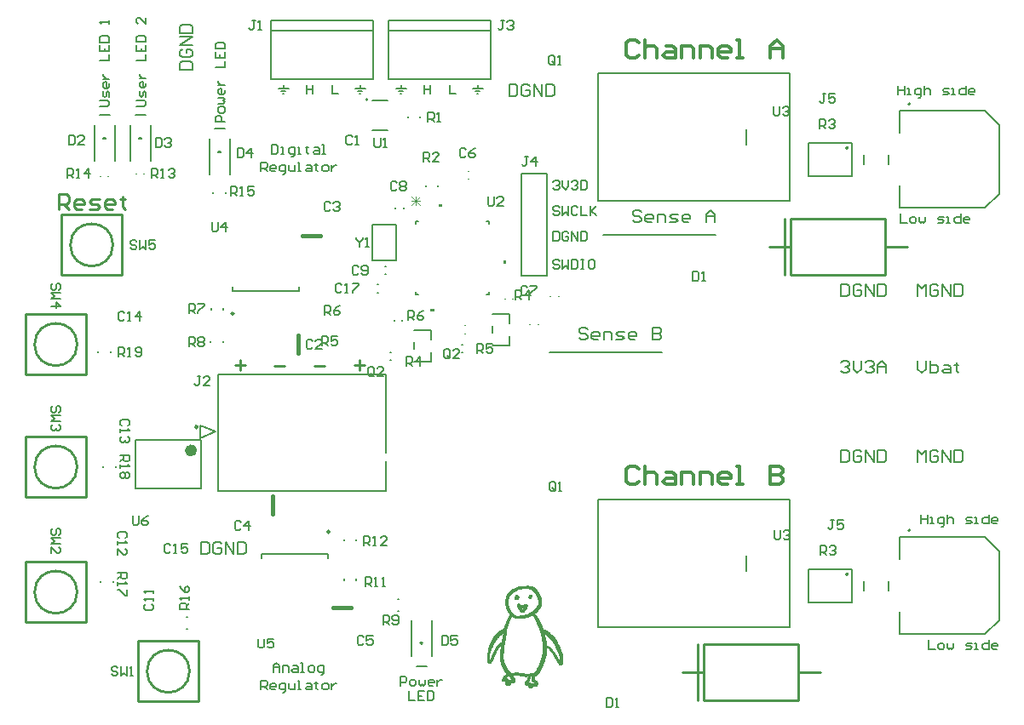
<source format=gto>
G04*
G04 #@! TF.GenerationSoftware,Altium Limited,Altium Designer,21.1.1 (26)*
G04*
G04 Layer_Color=65535*
%FSLAX25Y25*%
%MOIN*%
G70*
G04*
G04 #@! TF.SameCoordinates,E270421F-5236-4404-944A-E4286B30A106*
G04*
G04*
G04 #@! TF.FilePolarity,Positive*
G04*
G01*
G75*
%ADD10C,0.00787*%
%ADD11C,0.01000*%
%ADD12C,0.00984*%
%ADD13C,0.02362*%
%ADD14C,0.00600*%
%ADD15C,0.00591*%
%ADD16C,0.00100*%
%ADD17C,0.00500*%
%ADD18C,0.00750*%
%ADD19C,0.01575*%
%ADD20C,0.00300*%
%ADD21C,0.01200*%
%ADD22C,0.00800*%
G36*
X167006Y163805D02*
X165506D01*
Y162805D01*
X167006D01*
Y163805D01*
D02*
G37*
G36*
X170156Y204006D02*
X168656D01*
Y205006D01*
X170156D01*
Y204006D01*
D02*
G37*
G36*
X194230Y183081D02*
X195230D01*
Y181581D01*
X194230D01*
Y183081D01*
D02*
G37*
D10*
X353268Y244153D02*
G03*
X353268Y244153I-394J0D01*
G01*
Y77153D02*
G03*
X353268Y77153I-394J0D01*
G01*
X103130Y253906D02*
X140130D01*
X103130D02*
Y276905D01*
X143130D01*
X103130Y272905D02*
X143130D01*
Y253906D02*
Y276905D01*
X140130Y253906D02*
X143130D01*
X149130D02*
X186130D01*
X149130D02*
Y276905D01*
X189130D01*
X149130Y272905D02*
X189130D01*
Y253906D02*
Y276905D01*
X186130Y253906D02*
X189130D01*
X36638Y56803D02*
Y57197D01*
X41362Y56803D02*
Y57197D01*
X70203Y38438D02*
X70597D01*
X70203Y43162D02*
X70597D01*
X50205Y112449D02*
X75795D01*
X50205Y93551D02*
X75795D01*
Y112449D01*
X50205Y93551D02*
Y112449D01*
X35638Y146803D02*
Y147197D01*
X40362Y146803D02*
Y147197D01*
X37638Y101803D02*
Y102197D01*
X42362Y101803D02*
Y102197D01*
X79638Y150803D02*
Y151197D01*
X84362Y150803D02*
Y151197D01*
X79768Y163709D02*
Y164102D01*
X84492Y163709D02*
Y164102D01*
X80638Y209303D02*
Y209697D01*
X85362Y209303D02*
Y209697D01*
X289130Y61405D02*
Y67405D01*
X275130Y39406D02*
X306130D01*
Y89406D01*
X231130D02*
X306130D01*
X231130Y39406D02*
Y89406D01*
Y39406D02*
X275130D01*
X313500Y49000D02*
X330500D01*
X313500D02*
Y62000D01*
X330500D01*
Y49000D02*
Y62000D01*
X330500Y216000D02*
Y229000D01*
X313500D02*
X330500D01*
X313500Y216000D02*
Y229000D01*
Y216000D02*
X330500D01*
X289130Y228405D02*
Y234405D01*
X275130Y206405D02*
X306130D01*
Y256405D01*
X231130D02*
X306130D01*
X231130Y206405D02*
Y256405D01*
Y206405D02*
X275130D01*
X99638Y67779D02*
X125622D01*
X99638Y66205D02*
Y67779D01*
X125622Y66205D02*
Y67779D01*
X131768Y73209D02*
Y73602D01*
X136492Y73209D02*
Y73602D01*
X152803Y45638D02*
X153197D01*
X152803Y50362D02*
X153197D01*
X131768Y57709D02*
Y58102D01*
X136492Y57709D02*
Y58102D01*
X88138Y170961D02*
X114122D01*
Y172535D01*
X88138Y170961D02*
Y172535D01*
X156768Y238968D02*
Y239362D01*
X161492Y238968D02*
Y239362D01*
X163768Y211949D02*
Y212343D01*
X168492Y211949D02*
Y212343D01*
X335079Y220728D02*
Y224272D01*
X344921Y220728D02*
Y224272D01*
X335079Y53728D02*
Y57272D01*
X344921Y53728D02*
Y57272D01*
X201130Y216905D02*
X211130D01*
Y176906D02*
Y216905D01*
X201130Y176906D02*
Y216905D01*
Y176906D02*
X211130D01*
D11*
X27305Y53000D02*
G03*
X27305Y53000I-8305J0D01*
G01*
Y102000D02*
G03*
X27305Y102000I-8305J0D01*
G01*
X71305Y22000D02*
G03*
X71305Y22000I-8305J0D01*
G01*
X27305Y150000D02*
G03*
X27305Y150000I-8305J0D01*
G01*
X41305Y189000D02*
G03*
X41305Y189000I-8305J0D01*
G01*
X328800Y60000D02*
G03*
X328800Y60000I-300J0D01*
G01*
X328800Y227000D02*
G03*
X328800Y227000I-300J0D01*
G01*
X264000Y21500D02*
X272500D01*
X309500D02*
X318000D01*
X272500Y10500D02*
X309500D01*
X272500Y32500D02*
X309500D01*
X272500Y10500D02*
Y32500D01*
X270000Y10500D02*
Y32500D01*
X309500Y21500D02*
Y32500D01*
Y10500D02*
Y21500D01*
X343630Y177406D02*
Y188406D01*
Y199406D01*
X304130Y177406D02*
Y199406D01*
X306630Y177406D02*
Y199406D01*
X343630D01*
X306630Y177406D02*
X343630D01*
Y188406D02*
X352130D01*
X298130D02*
X306630D01*
X7189Y64811D02*
X30811D01*
X7189Y41189D02*
Y64811D01*
Y41189D02*
X30811D01*
Y64811D01*
Y90189D02*
Y113811D01*
X7189Y90189D02*
X30811D01*
X7189D02*
Y113811D01*
X30811D01*
X51189Y33811D02*
X74811D01*
Y10189D02*
Y33811D01*
X51189Y10189D02*
X74811D01*
X51189D02*
Y33811D01*
X7189Y161811D02*
X30811D01*
X7189Y138189D02*
Y161811D01*
Y138189D02*
X30811D01*
Y161811D01*
X21189Y200811D02*
X44811D01*
Y177189D02*
Y200811D01*
X21189Y177189D02*
X44811D01*
X21189D02*
Y200811D01*
X104591Y141700D02*
X108589D01*
X120181D02*
X124180D01*
X135772Y141999D02*
X139770D01*
X137771Y143999D02*
Y140000D01*
X89000Y141999D02*
X92999D01*
X90999Y143999D02*
Y140000D01*
X20000Y203000D02*
Y208998D01*
X22999D01*
X23999Y207998D01*
Y205999D01*
X22999Y204999D01*
X20000D01*
X21999D02*
X23999Y203000D01*
X28997D02*
X26998D01*
X25998Y204000D01*
Y205999D01*
X26998Y206999D01*
X28997D01*
X29997Y205999D01*
Y204999D01*
X25998D01*
X31996Y203000D02*
X34995D01*
X35995Y204000D01*
X34995Y204999D01*
X32996D01*
X31996Y205999D01*
X32996Y206999D01*
X35995D01*
X40993Y203000D02*
X38994D01*
X37994Y204000D01*
Y205999D01*
X38994Y206999D01*
X40993D01*
X41993Y205999D01*
Y204999D01*
X37994D01*
X44992Y207998D02*
Y206999D01*
X43992D01*
X45992D01*
X44992D01*
Y204000D01*
X45992Y203000D01*
D12*
X74417Y117665D02*
G03*
X74417Y117665I-492J0D01*
G01*
X126134Y76638D02*
G03*
X126134Y76638I-492J0D01*
G01*
X88610Y162102D02*
G03*
X88610Y162102I-492J0D01*
G01*
D13*
X73039Y108512D02*
G03*
X73039Y108512I-1181J0D01*
G01*
D14*
X141036Y245950D02*
G03*
X141036Y245950I-300J0D01*
G01*
X148309Y107692D02*
Y138162D01*
X75521Y113300D02*
X81521Y115800D01*
X75521Y113300D02*
Y118300D01*
X81521Y115800D01*
X82521Y138162D02*
X148309D01*
X82521Y92493D02*
Y138162D01*
Y92493D02*
X148309D01*
Y104223D01*
X159830Y198205D02*
X160796D01*
X159830Y169606D02*
X160796D01*
X188430D02*
Y170572D01*
X187463Y198205D02*
X188430D01*
X159830Y197239D02*
Y198205D01*
Y169606D02*
Y170572D01*
X187463Y169606D02*
X188430D01*
Y197239D02*
Y198205D01*
X196480Y158215D02*
Y162005D01*
X189780Y154475D02*
Y157136D01*
Y149606D02*
X196480D01*
Y153395D01*
X189780Y162005D02*
X196480D01*
X165850Y151910D02*
Y155700D01*
X159150Y148170D02*
Y150830D01*
Y143300D02*
X165850D01*
Y147090D01*
X159150Y155700D02*
X165850D01*
X212000Y147000D02*
X256000D01*
X233000Y193000D02*
X277000D01*
X160000Y24000D02*
X164000D01*
X158000Y28000D02*
Y42000D01*
X166000Y28000D02*
Y42000D01*
X184000Y250100D02*
Y251600D01*
X182000Y250100D02*
X186000D01*
X183000Y249100D02*
X184900D01*
X183800Y248100D02*
X184200D01*
X154000Y250100D02*
Y251600D01*
X152000Y250100D02*
X156000D01*
X153000Y249100D02*
X154900D01*
X153800Y248100D02*
X154200D01*
X138000Y250100D02*
Y251600D01*
X136000Y250100D02*
X140000D01*
X137000Y249100D02*
X138900D01*
X137800Y248100D02*
X138200D01*
X107800D02*
X108200D01*
X107000Y249100D02*
X108900D01*
X106000Y250100D02*
X110000D01*
X108000D02*
Y251600D01*
X79000Y216500D02*
Y230500D01*
X87000Y216500D02*
Y230500D01*
X81000Y234500D02*
X85000D01*
X50425Y216920D02*
Y217080D01*
X53575Y216920D02*
Y217080D01*
X48000Y222000D02*
Y236000D01*
X56000Y222000D02*
Y236000D01*
X50000Y240000D02*
X54000D01*
X36425Y215920D02*
Y216080D01*
X39575Y215920D02*
Y216080D01*
X144900Y170425D02*
X145100D01*
X144900Y173575D02*
X145100D01*
X147900Y180675D02*
X148100D01*
X147900Y177525D02*
X148100D01*
X151925Y203400D02*
Y203600D01*
X155075Y203400D02*
Y203600D01*
X197875Y167800D02*
Y168000D01*
X194725Y167800D02*
Y168000D01*
X180400Y214925D02*
X180600D01*
X180400Y218075D02*
X180600D01*
X36000Y240000D02*
X40000D01*
X42000Y222000D02*
Y236000D01*
X34000Y222000D02*
Y236000D01*
X212555Y168875D02*
Y169035D01*
X215705Y168875D02*
Y169035D01*
X204555Y157875D02*
Y158035D01*
X207705Y157875D02*
Y158035D01*
X179050Y154331D02*
X179210D01*
X179050Y157480D02*
X179210D01*
X151425Y159420D02*
Y159580D01*
X154575Y159420D02*
Y159580D01*
X149920Y147075D02*
X150080D01*
X149920Y143925D02*
X150080D01*
X177920Y146925D02*
X178080D01*
X177920Y150075D02*
X178080D01*
X103503Y228357D02*
Y224758D01*
X105303D01*
X105903Y225358D01*
Y227757D01*
X105303Y228357D01*
X103503D01*
X107102Y224758D02*
X108302D01*
X107702D01*
Y227157D01*
X107102D01*
X111301Y223558D02*
X111901D01*
X112501Y224158D01*
Y227157D01*
X110701D01*
X110101Y226557D01*
Y225358D01*
X110701Y224758D01*
X112501D01*
X113700D02*
X114900D01*
X114300D01*
Y227157D01*
X113700D01*
X117299Y227757D02*
Y227157D01*
X116699D01*
X117899D01*
X117299D01*
Y225358D01*
X117899Y224758D01*
X120298Y227157D02*
X121498D01*
X122097Y226557D01*
Y224758D01*
X120298D01*
X119698Y225358D01*
X120298Y225957D01*
X122097D01*
X123297Y224758D02*
X124497D01*
X123897D01*
Y228357D01*
X123297D01*
X99305Y217800D02*
Y221398D01*
X101104D01*
X101704Y220799D01*
Y219599D01*
X101104Y218999D01*
X99305D01*
X100504D02*
X101704Y217800D01*
X104703D02*
X103503D01*
X102904Y218399D01*
Y219599D01*
X103503Y220199D01*
X104703D01*
X105303Y219599D01*
Y218999D01*
X102904D01*
X107702Y216600D02*
X108302D01*
X108902Y217200D01*
Y220199D01*
X107102D01*
X106502Y219599D01*
Y218399D01*
X107102Y217800D01*
X108902D01*
X110101Y220199D02*
Y218399D01*
X110701Y217800D01*
X112501D01*
Y220199D01*
X113700Y217800D02*
X114900D01*
X114300D01*
Y221398D01*
X113700D01*
X117299Y220199D02*
X118499D01*
X119098Y219599D01*
Y217800D01*
X117299D01*
X116699Y218399D01*
X117299Y218999D01*
X119098D01*
X120898Y220799D02*
Y220199D01*
X120298D01*
X121498D01*
X120898D01*
Y218399D01*
X121498Y217800D01*
X123897D02*
X125096D01*
X125696Y218399D01*
Y219599D01*
X125096Y220199D01*
X123897D01*
X123297Y219599D01*
Y218399D01*
X123897Y217800D01*
X126896Y220199D02*
Y217800D01*
Y218999D01*
X127496Y219599D01*
X128095Y220199D01*
X128695D01*
X360600Y34199D02*
Y30600D01*
X362999D01*
X364799D02*
X365998D01*
X366598Y31200D01*
Y32399D01*
X365998Y32999D01*
X364799D01*
X364199Y32399D01*
Y31200D01*
X364799Y30600D01*
X367798Y32999D02*
Y31200D01*
X368397Y30600D01*
X368997Y31200D01*
X369597Y30600D01*
X370197Y31200D01*
Y32999D01*
X374995Y30600D02*
X376795D01*
X377395Y31200D01*
X376795Y31800D01*
X375595D01*
X374995Y32399D01*
X375595Y32999D01*
X377395D01*
X378594Y30600D02*
X379794D01*
X379194D01*
Y32999D01*
X378594D01*
X383993Y34199D02*
Y30600D01*
X382193D01*
X381593Y31200D01*
Y32399D01*
X382193Y32999D01*
X383993D01*
X386992Y30600D02*
X385792D01*
X385192Y31200D01*
Y32399D01*
X385792Y32999D01*
X386992D01*
X387591Y32399D01*
Y31800D01*
X385192D01*
X349600Y201199D02*
Y197600D01*
X351999D01*
X353799D02*
X354998D01*
X355598Y198200D01*
Y199399D01*
X354998Y199999D01*
X353799D01*
X353199Y199399D01*
Y198200D01*
X353799Y197600D01*
X356798Y199999D02*
Y198200D01*
X357398Y197600D01*
X357997Y198200D01*
X358597Y197600D01*
X359197Y198200D01*
Y199999D01*
X363995Y197600D02*
X365795D01*
X366395Y198200D01*
X365795Y198800D01*
X364595D01*
X363995Y199399D01*
X364595Y199999D01*
X366395D01*
X367594Y197600D02*
X368794D01*
X368194D01*
Y199999D01*
X367594D01*
X372992Y201199D02*
Y197600D01*
X371193D01*
X370593Y198200D01*
Y199399D01*
X371193Y199999D01*
X372992D01*
X375992Y197600D02*
X374792D01*
X374192Y198200D01*
Y199399D01*
X374792Y199999D01*
X375992D01*
X376591Y199399D01*
Y198800D01*
X374192D01*
X104103Y21758D02*
Y24157D01*
X105303Y25357D01*
X106502Y24157D01*
Y21758D01*
Y23557D01*
X104103D01*
X107702Y21758D02*
Y24157D01*
X109502D01*
X110101Y23557D01*
Y21758D01*
X111901Y24157D02*
X113100D01*
X113700Y23557D01*
Y21758D01*
X111901D01*
X111301Y22358D01*
X111901Y22957D01*
X113700D01*
X114900Y21758D02*
X116099D01*
X115499D01*
Y25357D01*
X114900D01*
X118499Y21758D02*
X119698D01*
X120298Y22358D01*
Y23557D01*
X119698Y24157D01*
X118499D01*
X117899Y23557D01*
Y22358D01*
X118499Y21758D01*
X122697Y20558D02*
X123297D01*
X123897Y21158D01*
Y24157D01*
X122097D01*
X121498Y23557D01*
Y22358D01*
X122097Y21758D01*
X123897D01*
X99305Y14800D02*
Y18398D01*
X101104D01*
X101704Y17799D01*
Y16599D01*
X101104Y15999D01*
X99305D01*
X100504D02*
X101704Y14800D01*
X104703D02*
X103503D01*
X102904Y15399D01*
Y16599D01*
X103503Y17199D01*
X104703D01*
X105303Y16599D01*
Y15999D01*
X102904D01*
X107702Y13600D02*
X108302D01*
X108902Y14200D01*
Y17199D01*
X107102D01*
X106502Y16599D01*
Y15399D01*
X107102Y14800D01*
X108902D01*
X110101Y17199D02*
Y15399D01*
X110701Y14800D01*
X112501D01*
Y17199D01*
X113700Y14800D02*
X114900D01*
X114300D01*
Y18398D01*
X113700D01*
X117299Y17199D02*
X118499D01*
X119098Y16599D01*
Y14800D01*
X117299D01*
X116699Y15399D01*
X117299Y15999D01*
X119098D01*
X120898Y17799D02*
Y17199D01*
X120298D01*
X121498D01*
X120898D01*
Y15399D01*
X121498Y14800D01*
X123897D02*
X125096D01*
X125696Y15399D01*
Y16599D01*
X125096Y17199D01*
X123897D01*
X123297Y16599D01*
Y15399D01*
X123897Y14800D01*
X126896Y17199D02*
Y14800D01*
Y15999D01*
X127496Y16599D01*
X128095Y17199D01*
X128695D01*
X153903Y16359D02*
Y19958D01*
X155702D01*
X156302Y19358D01*
Y18158D01*
X155702Y17558D01*
X153903D01*
X158101Y16359D02*
X159301D01*
X159901Y16958D01*
Y18158D01*
X159301Y18758D01*
X158101D01*
X157501Y18158D01*
Y16958D01*
X158101Y16359D01*
X161100Y18758D02*
Y16958D01*
X161700Y16359D01*
X162300Y16958D01*
X162900Y16359D01*
X163499Y16958D01*
Y18758D01*
X166499Y16359D02*
X165299D01*
X164699Y16958D01*
Y18158D01*
X165299Y18758D01*
X166499D01*
X167098Y18158D01*
Y17558D01*
X164699D01*
X168298Y18758D02*
Y16359D01*
Y17558D01*
X168898Y18158D01*
X169498Y18758D01*
X170097D01*
X157202Y14199D02*
Y10600D01*
X159601D01*
X163200Y14199D02*
X160800D01*
Y10600D01*
X163200D01*
X160800Y12399D02*
X162000D01*
X164399Y14199D02*
Y10600D01*
X166199D01*
X166798Y11200D01*
Y13599D01*
X166199Y14199D01*
X164399D01*
X50601Y243300D02*
X53600D01*
X54200Y243900D01*
Y245099D01*
X53600Y245699D01*
X50601D01*
X54200Y246899D02*
Y248698D01*
X53600Y249298D01*
X53000Y248698D01*
Y247499D01*
X52401Y246899D01*
X51801Y247499D01*
Y249298D01*
X54200Y252297D02*
Y251097D01*
X53600Y250498D01*
X52401D01*
X51801Y251097D01*
Y252297D01*
X52401Y252897D01*
X53000D01*
Y250498D01*
X51801Y254097D02*
X54200D01*
X53000D01*
X52401Y254696D01*
X51801Y255296D01*
Y255896D01*
X50601Y261294D02*
X54200D01*
Y263693D01*
X50601Y267292D02*
Y264893D01*
X54200D01*
Y267292D01*
X52401Y264893D02*
Y266093D01*
X50601Y268492D02*
X54200D01*
Y270291D01*
X53600Y270891D01*
X51201D01*
X50601Y270291D01*
Y268492D01*
X54200Y278089D02*
Y275690D01*
X51801Y278089D01*
X51201D01*
X50601Y277489D01*
Y276289D01*
X51201Y275690D01*
X85000Y237100D02*
X81401D01*
Y238899D01*
X82001Y239499D01*
X83201D01*
X83800Y238899D01*
Y237100D01*
X85000Y241299D02*
Y242498D01*
X84400Y243098D01*
X83201D01*
X82601Y242498D01*
Y241299D01*
X83201Y240699D01*
X84400D01*
X85000Y241299D01*
X82601Y244298D02*
X84400D01*
X85000Y244898D01*
X84400Y245497D01*
X85000Y246097D01*
X84400Y246697D01*
X82601D01*
X85000Y249696D02*
Y248496D01*
X84400Y247897D01*
X83201D01*
X82601Y248496D01*
Y249696D01*
X83201Y250296D01*
X83800D01*
Y247897D01*
X82601Y251495D02*
X85000D01*
X83800D01*
X83201Y252095D01*
X82601Y252695D01*
Y253295D01*
X81401Y258693D02*
X85000D01*
Y261092D01*
X81401Y264691D02*
Y262292D01*
X85000D01*
Y264691D01*
X83201Y262292D02*
Y263492D01*
X81401Y265891D02*
X85000D01*
Y267690D01*
X84400Y268290D01*
X82001D01*
X81401Y267690D01*
Y265891D01*
X36301Y243200D02*
X39300D01*
X39900Y243800D01*
Y244999D01*
X39300Y245599D01*
X36301D01*
X39900Y246799D02*
Y248598D01*
X39300Y249198D01*
X38700Y248598D01*
Y247399D01*
X38101Y246799D01*
X37501Y247399D01*
Y249198D01*
X39900Y252197D02*
Y250997D01*
X39300Y250398D01*
X38101D01*
X37501Y250997D01*
Y252197D01*
X38101Y252797D01*
X38700D01*
Y250398D01*
X37501Y253996D02*
X39900D01*
X38700D01*
X38101Y254596D01*
X37501Y255196D01*
Y255796D01*
X36301Y261194D02*
X39900D01*
Y263593D01*
X36301Y267192D02*
Y264793D01*
X39900D01*
Y267192D01*
X38101Y264793D02*
Y265993D01*
X36301Y268392D02*
X39900D01*
Y270191D01*
X39300Y270791D01*
X36901D01*
X36301Y270191D01*
Y268392D01*
X39900Y275590D02*
Y276789D01*
Y276189D01*
X36301D01*
X36901Y275590D01*
X173000Y251699D02*
Y248100D01*
X175399D01*
X127000Y251699D02*
Y248100D01*
X129399D01*
X163000Y251699D02*
Y248100D01*
Y249899D01*
X165399D01*
Y251699D01*
Y248100D01*
X117000Y251699D02*
Y248100D01*
Y249899D01*
X119399D01*
Y251699D01*
Y248100D01*
X357600Y83398D02*
Y79800D01*
Y81599D01*
X359999D01*
Y83398D01*
Y79800D01*
X361199D02*
X362399D01*
X361799D01*
Y82199D01*
X361199D01*
X365398Y78600D02*
X365997D01*
X366597Y79200D01*
Y82199D01*
X364798D01*
X364198Y81599D01*
Y80399D01*
X364798Y79800D01*
X366597D01*
X367797Y83398D02*
Y79800D01*
Y81599D01*
X368396Y82199D01*
X369596D01*
X370196Y81599D01*
Y79800D01*
X374994D02*
X376794D01*
X377394Y80399D01*
X376794Y80999D01*
X375594D01*
X374994Y81599D01*
X375594Y82199D01*
X377394D01*
X378593Y79800D02*
X379793D01*
X379193D01*
Y82199D01*
X378593D01*
X383992Y83398D02*
Y79800D01*
X382192D01*
X381592Y80399D01*
Y81599D01*
X382192Y82199D01*
X383992D01*
X386990Y79800D02*
X385791D01*
X385191Y80399D01*
Y81599D01*
X385791Y82199D01*
X386990D01*
X387590Y81599D01*
Y80999D01*
X385191D01*
X348600Y251398D02*
Y247800D01*
Y249599D01*
X350999D01*
Y251398D01*
Y247800D01*
X352199D02*
X353398D01*
X352799D01*
Y250199D01*
X352199D01*
X356398Y246600D02*
X356997D01*
X357597Y247200D01*
Y250199D01*
X355798D01*
X355198Y249599D01*
Y248399D01*
X355798Y247800D01*
X357597D01*
X358797Y251398D02*
Y247800D01*
Y249599D01*
X359397Y250199D01*
X360596D01*
X361196Y249599D01*
Y247800D01*
X365994D02*
X367794D01*
X368394Y248399D01*
X367794Y248999D01*
X366594D01*
X365994Y249599D01*
X366594Y250199D01*
X368394D01*
X369593Y247800D02*
X370793D01*
X370193D01*
Y250199D01*
X369593D01*
X374991Y251398D02*
Y247800D01*
X373192D01*
X372592Y248399D01*
Y249599D01*
X373192Y250199D01*
X374991D01*
X377991Y247800D02*
X376791D01*
X376191Y248399D01*
Y249599D01*
X376791Y250199D01*
X377991D01*
X378590Y249599D01*
Y248999D01*
X376191D01*
X215999Y182599D02*
X215399Y183199D01*
X214200D01*
X213600Y182599D01*
Y181999D01*
X214200Y181399D01*
X215399D01*
X215999Y180800D01*
Y180200D01*
X215399Y179600D01*
X214200D01*
X213600Y180200D01*
X217199Y183199D02*
Y179600D01*
X218398Y180800D01*
X219598Y179600D01*
Y183199D01*
X220798D02*
Y179600D01*
X222597D01*
X223197Y180200D01*
Y182599D01*
X222597Y183199D01*
X220798D01*
X224396D02*
X225596D01*
X224996D01*
Y179600D01*
X224396D01*
X225596D01*
X229195Y183199D02*
X227995D01*
X227396Y182599D01*
Y180200D01*
X227995Y179600D01*
X229195D01*
X229795Y180200D01*
Y182599D01*
X229195Y183199D01*
X213600Y194199D02*
Y190600D01*
X215399D01*
X215999Y191200D01*
Y193599D01*
X215399Y194199D01*
X213600D01*
X219598Y193599D02*
X218998Y194199D01*
X217799D01*
X217199Y193599D01*
Y191200D01*
X217799Y190600D01*
X218998D01*
X219598Y191200D01*
Y192399D01*
X218398D01*
X220798Y190600D02*
Y194199D01*
X223197Y190600D01*
Y194199D01*
X224396D02*
Y190600D01*
X226196D01*
X226796Y191200D01*
Y193599D01*
X226196Y194199D01*
X224396D01*
X215999Y203599D02*
X215399Y204199D01*
X214200D01*
X213600Y203599D01*
Y202999D01*
X214200Y202399D01*
X215399D01*
X215999Y201800D01*
Y201200D01*
X215399Y200600D01*
X214200D01*
X213600Y201200D01*
X217199Y204199D02*
Y200600D01*
X218398Y201800D01*
X219598Y200600D01*
Y204199D01*
X223197Y203599D02*
X222597Y204199D01*
X221397D01*
X220798Y203599D01*
Y201200D01*
X221397Y200600D01*
X222597D01*
X223197Y201200D01*
X224396Y204199D02*
Y200600D01*
X226796D01*
X227995Y204199D02*
Y200600D01*
Y201800D01*
X230395Y204199D01*
X228595Y202399D01*
X230395Y200600D01*
X213600Y213599D02*
X214200Y214199D01*
X215399D01*
X215999Y213599D01*
Y212999D01*
X215399Y212399D01*
X214800D01*
X215399D01*
X215999Y211800D01*
Y211200D01*
X215399Y210600D01*
X214200D01*
X213600Y211200D01*
X217199Y214199D02*
Y211800D01*
X218398Y210600D01*
X219598Y211800D01*
Y214199D01*
X220798Y213599D02*
X221397Y214199D01*
X222597D01*
X223197Y213599D01*
Y212999D01*
X222597Y212399D01*
X221997D01*
X222597D01*
X223197Y211800D01*
Y211200D01*
X222597Y210600D01*
X221397D01*
X220798Y211200D01*
X224396Y214199D02*
Y210600D01*
X226196D01*
X226796Y211200D01*
Y213599D01*
X226196Y214199D01*
X224396D01*
X147001Y40201D02*
Y43799D01*
X148800D01*
X149400Y43200D01*
Y42000D01*
X148800Y41400D01*
X147001D01*
X148201D02*
X149400Y40201D01*
X150600Y40800D02*
X151200Y40201D01*
X152399D01*
X152999Y40800D01*
Y43200D01*
X152399Y43799D01*
X151200D01*
X150600Y43200D01*
Y42600D01*
X151200Y42000D01*
X152999D01*
X170001Y35799D02*
Y32201D01*
X171800D01*
X172400Y32800D01*
Y35200D01*
X171800Y35799D01*
X170001D01*
X175999D02*
X173600D01*
Y34000D01*
X174799Y34600D01*
X175399D01*
X175999Y34000D01*
Y32800D01*
X175399Y32201D01*
X174200D01*
X173600Y32800D01*
X130901Y173200D02*
X130301Y173799D01*
X129101D01*
X128501Y173200D01*
Y170800D01*
X129101Y170201D01*
X130301D01*
X130901Y170800D01*
X132100Y170201D02*
X133300D01*
X132700D01*
Y173799D01*
X132100Y173200D01*
X135099Y173799D02*
X137499D01*
Y173200D01*
X135099Y170800D01*
Y170201D01*
X49001Y82799D02*
Y79800D01*
X49601Y79201D01*
X50800D01*
X51400Y79800D01*
Y82799D01*
X54999D02*
X53799Y82200D01*
X52600Y81000D01*
Y79800D01*
X53200Y79201D01*
X54399D01*
X54999Y79800D01*
Y80400D01*
X54399Y81000D01*
X52600D01*
X50601Y190200D02*
X50001Y190799D01*
X48801D01*
X48202Y190200D01*
Y189600D01*
X48801Y189000D01*
X50001D01*
X50601Y188400D01*
Y187800D01*
X50001Y187201D01*
X48801D01*
X48202Y187800D01*
X51800Y190799D02*
Y187201D01*
X53000Y188400D01*
X54200Y187201D01*
Y190799D01*
X57798D02*
X55399D01*
Y189000D01*
X56599Y189600D01*
X57199D01*
X57798Y189000D01*
Y187800D01*
X57199Y187201D01*
X55999D01*
X55399Y187800D01*
X20200Y171399D02*
X20799Y171999D01*
Y173199D01*
X20200Y173798D01*
X19600D01*
X19000Y173199D01*
Y171999D01*
X18400Y171399D01*
X17800D01*
X17201Y171999D01*
Y173199D01*
X17800Y173798D01*
X20799Y170200D02*
X17201D01*
X18400Y169000D01*
X17201Y167800D01*
X20799D01*
X17201Y164801D02*
X20799D01*
X19000Y166601D01*
Y164201D01*
X20200Y123399D02*
X20799Y123999D01*
Y125199D01*
X20200Y125798D01*
X19600D01*
X19000Y125199D01*
Y123999D01*
X18400Y123399D01*
X17800D01*
X17201Y123999D01*
Y125199D01*
X17800Y125798D01*
X20799Y122200D02*
X17201D01*
X18400Y121000D01*
X17201Y119800D01*
X20799D01*
X20200Y118601D02*
X20799Y118001D01*
Y116801D01*
X20200Y116201D01*
X19600D01*
X19000Y116801D01*
Y117401D01*
Y116801D01*
X18400Y116201D01*
X17800D01*
X17201Y116801D01*
Y118001D01*
X17800Y118601D01*
X20200Y75399D02*
X20799Y75999D01*
Y77199D01*
X20200Y77798D01*
X19600D01*
X19000Y77199D01*
Y75999D01*
X18400Y75399D01*
X17800D01*
X17201Y75999D01*
Y77199D01*
X17800Y77798D01*
X20799Y74200D02*
X17201D01*
X18400Y73000D01*
X17201Y71800D01*
X20799D01*
X17201Y68202D02*
Y70601D01*
X19600Y68202D01*
X20200D01*
X20799Y68801D01*
Y70001D01*
X20200Y70601D01*
X43201Y23200D02*
X42601Y23799D01*
X41401D01*
X40801Y23200D01*
Y22600D01*
X41401Y22000D01*
X42601D01*
X43201Y21400D01*
Y20800D01*
X42601Y20201D01*
X41401D01*
X40801Y20800D01*
X44400Y23799D02*
Y20201D01*
X45600Y21400D01*
X46799Y20201D01*
Y23799D01*
X47999Y20201D02*
X49199D01*
X48599D01*
Y23799D01*
X47999Y23200D01*
X43501Y145201D02*
Y148799D01*
X45301D01*
X45901Y148200D01*
Y147000D01*
X45301Y146400D01*
X43501D01*
X44701D02*
X45901Y145201D01*
X47100D02*
X48300D01*
X47700D01*
Y148799D01*
X47100Y148200D01*
X50099Y145800D02*
X50699Y145201D01*
X51899D01*
X52499Y145800D01*
Y148200D01*
X51899Y148799D01*
X50699D01*
X50099Y148200D01*
Y147600D01*
X50699Y147000D01*
X52499D01*
X44201Y106499D02*
X47799D01*
Y104699D01*
X47200Y104099D01*
X46000D01*
X45400Y104699D01*
Y106499D01*
Y105299D02*
X44201Y104099D01*
Y102900D02*
Y101700D01*
Y102300D01*
X47799D01*
X47200Y102900D01*
Y99901D02*
X47799Y99301D01*
Y98101D01*
X47200Y97501D01*
X46600D01*
X46000Y98101D01*
X45400Y97501D01*
X44800D01*
X44201Y98101D01*
Y99301D01*
X44800Y99901D01*
X45400D01*
X46000Y99301D01*
X46600Y99901D01*
X47200D01*
X46000Y99301D02*
Y98101D01*
X43201Y60498D02*
X46799D01*
Y58699D01*
X46200Y58099D01*
X45000D01*
X44400Y58699D01*
Y60498D01*
Y59299D02*
X43201Y58099D01*
Y56900D02*
Y55700D01*
Y56300D01*
X46799D01*
X46200Y56900D01*
X46799Y53901D02*
Y51501D01*
X46200D01*
X43800Y53901D01*
X43201D01*
X71199Y46301D02*
X67601D01*
Y48101D01*
X68200Y48701D01*
X69400D01*
X70000Y48101D01*
Y46301D01*
Y47501D02*
X71199Y48701D01*
Y49900D02*
Y51100D01*
Y50500D01*
X67601D01*
X68200Y49900D01*
X67601Y55299D02*
X68200Y54099D01*
X69400Y52899D01*
X70600D01*
X71199Y53499D01*
Y54699D01*
X70600Y55299D01*
X70000D01*
X69400Y54699D01*
Y52899D01*
X87502Y208201D02*
Y211799D01*
X89301D01*
X89901Y211200D01*
Y210000D01*
X89301Y209400D01*
X87502D01*
X88701D02*
X89901Y208201D01*
X91100D02*
X92300D01*
X91700D01*
Y211799D01*
X91100Y211200D01*
X96499Y211799D02*
X94099D01*
Y210000D01*
X95299Y210600D01*
X95899D01*
X96499Y210000D01*
Y208800D01*
X95899Y208201D01*
X94699D01*
X94099Y208800D01*
X23502Y215201D02*
Y218799D01*
X25301D01*
X25901Y218200D01*
Y217000D01*
X25301Y216400D01*
X23502D01*
X24701D02*
X25901Y215201D01*
X27100D02*
X28300D01*
X27700D01*
Y218799D01*
X27100Y218200D01*
X31899Y215201D02*
Y218799D01*
X30099Y217000D01*
X32499D01*
X56502Y215201D02*
Y218799D01*
X58301D01*
X58901Y218200D01*
Y217000D01*
X58301Y216400D01*
X56502D01*
X57701D02*
X58901Y215201D01*
X60100D02*
X61300D01*
X60700D01*
Y218799D01*
X60100Y218200D01*
X63099D02*
X63699Y218799D01*
X64899D01*
X65499Y218200D01*
Y217600D01*
X64899Y217000D01*
X64299D01*
X64899D01*
X65499Y216400D01*
Y215800D01*
X64899Y215201D01*
X63699D01*
X63099Y215800D01*
X90001Y226799D02*
Y223201D01*
X91800D01*
X92400Y223800D01*
Y226200D01*
X91800Y226799D01*
X90001D01*
X95399Y223201D02*
Y226799D01*
X93600Y225000D01*
X95999D01*
X58001Y230799D02*
Y227201D01*
X59800D01*
X60400Y227800D01*
Y230200D01*
X59800Y230799D01*
X58001D01*
X61600Y230200D02*
X62200Y230799D01*
X63399D01*
X63999Y230200D01*
Y229600D01*
X63399Y229000D01*
X62799D01*
X63399D01*
X63999Y228400D01*
Y227800D01*
X63399Y227201D01*
X62200D01*
X61600Y227800D01*
X24001Y231799D02*
Y228201D01*
X25800D01*
X26400Y228800D01*
Y231200D01*
X25800Y231799D01*
X24001D01*
X29999Y228201D02*
X27600D01*
X29999Y230600D01*
Y231200D01*
X29399Y231799D01*
X28200D01*
X27600Y231200D01*
X63901Y71200D02*
X63301Y71799D01*
X62101D01*
X61501Y71200D01*
Y68800D01*
X62101Y68201D01*
X63301D01*
X63901Y68800D01*
X65100Y68201D02*
X66300D01*
X65700D01*
Y71799D01*
X65100Y71200D01*
X70499Y71799D02*
X68099D01*
Y70000D01*
X69299Y70600D01*
X69899D01*
X70499Y70000D01*
Y68800D01*
X69899Y68201D01*
X68699D01*
X68099Y68800D01*
X45901Y162200D02*
X45301Y162799D01*
X44101D01*
X43501Y162200D01*
Y159800D01*
X44101Y159201D01*
X45301D01*
X45901Y159800D01*
X47100Y159201D02*
X48300D01*
X47700D01*
Y162799D01*
X47100Y162200D01*
X51899Y159201D02*
Y162799D01*
X50099Y161000D01*
X52499D01*
X47200Y118099D02*
X47799Y118699D01*
Y119899D01*
X47200Y120499D01*
X44800D01*
X44201Y119899D01*
Y118699D01*
X44800Y118099D01*
X44201Y116900D02*
Y115700D01*
Y116300D01*
X47799D01*
X47200Y116900D01*
Y113901D02*
X47799Y113301D01*
Y112101D01*
X47200Y111501D01*
X46600D01*
X46000Y112101D01*
Y112701D01*
Y112101D01*
X45400Y111501D01*
X44800D01*
X44201Y112101D01*
Y113301D01*
X44800Y113901D01*
X46200Y74099D02*
X46799Y74699D01*
Y75899D01*
X46200Y76499D01*
X43800D01*
X43201Y75899D01*
Y74699D01*
X43800Y74099D01*
X43201Y72900D02*
Y71700D01*
Y72300D01*
X46799D01*
X46200Y72900D01*
X43201Y67501D02*
Y69901D01*
X45600Y67501D01*
X46200D01*
X46799Y68101D01*
Y69301D01*
X46200Y69901D01*
X54200Y48300D02*
X53601Y47701D01*
Y46501D01*
X54200Y45901D01*
X56600D01*
X57199Y46501D01*
Y47701D01*
X56600Y48300D01*
X57199Y49500D02*
Y50700D01*
Y50100D01*
X53601D01*
X54200Y49500D01*
X57199Y52499D02*
Y53699D01*
Y53099D01*
X53601D01*
X54200Y52499D01*
X300107Y77099D02*
Y74100D01*
X300707Y73501D01*
X301906D01*
X302506Y74100D01*
Y77099D01*
X303706Y76499D02*
X304306Y77099D01*
X305505D01*
X306105Y76499D01*
Y75900D01*
X305505Y75300D01*
X304906D01*
X305505D01*
X306105Y74700D01*
Y74100D01*
X305505Y73501D01*
X304306D01*
X303706Y74100D01*
X124107Y161501D02*
Y165099D01*
X125907D01*
X126506Y164499D01*
Y163300D01*
X125907Y162700D01*
X124107D01*
X125307D02*
X126506Y161501D01*
X130105Y165099D02*
X128905Y164499D01*
X127706Y163300D01*
Y162100D01*
X128306Y161501D01*
X129505D01*
X130105Y162100D01*
Y162700D01*
X129505Y163300D01*
X127706D01*
X123107Y149501D02*
Y153099D01*
X124907D01*
X125506Y152499D01*
Y151300D01*
X124907Y150700D01*
X123107D01*
X124307D02*
X125506Y149501D01*
X129105Y153099D02*
X126706D01*
Y151300D01*
X127905Y151900D01*
X128505D01*
X129105Y151300D01*
Y150100D01*
X128505Y149501D01*
X127306D01*
X126706Y150100D01*
X156107Y141500D02*
Y145099D01*
X157906D01*
X158506Y144500D01*
Y143300D01*
X157906Y142700D01*
X156107D01*
X157307D02*
X158506Y141500D01*
X161505D02*
Y145099D01*
X159706Y143300D01*
X162105D01*
X318107Y67501D02*
Y71099D01*
X319906D01*
X320506Y70499D01*
Y69300D01*
X319906Y68700D01*
X318107D01*
X319307D02*
X320506Y67501D01*
X321706Y70499D02*
X322306Y71099D01*
X323505D01*
X324105Y70499D01*
Y69900D01*
X323505Y69300D01*
X322905D01*
X323505D01*
X324105Y68700D01*
Y68100D01*
X323505Y67501D01*
X322306D01*
X321706Y68100D01*
X143506Y138100D02*
Y140499D01*
X142906Y141099D01*
X141707D01*
X141107Y140499D01*
Y138100D01*
X141707Y137501D01*
X142906D01*
X142307Y138700D02*
X143506Y137501D01*
X142906D02*
X143506Y138100D01*
X147105Y137501D02*
X144706D01*
X147105Y139900D01*
Y140499D01*
X146505Y141099D01*
X145306D01*
X144706Y140499D01*
X214505Y93300D02*
Y95699D01*
X213906Y96299D01*
X212706D01*
X212106Y95699D01*
Y93300D01*
X212706Y92700D01*
X213906D01*
X213306Y93900D02*
X214505Y92700D01*
X213906D02*
X214505Y93300D01*
X215705Y92700D02*
X216905D01*
X216305D01*
Y96299D01*
X215705Y95699D01*
X323506Y81099D02*
X322307D01*
X322906D01*
Y78100D01*
X322307Y77500D01*
X321707D01*
X321107Y78100D01*
X327105Y81099D02*
X324706D01*
Y79300D01*
X325905Y79900D01*
X326505D01*
X327105Y79300D01*
Y78100D01*
X326505Y77500D01*
X325306D01*
X324706Y78100D01*
X234407Y11599D02*
Y8000D01*
X236206D01*
X236806Y8600D01*
Y11000D01*
X236206Y11599D01*
X234407D01*
X238006Y8000D02*
X239205D01*
X238606D01*
Y11599D01*
X238006Y11000D01*
X136601Y191799D02*
Y191200D01*
X137800Y190000D01*
X139000Y191200D01*
Y191799D01*
X137800Y190000D02*
Y188201D01*
X140200D02*
X141399D01*
X140799D01*
Y191799D01*
X140200Y191200D01*
X98131Y34705D02*
Y31706D01*
X98731Y31106D01*
X99930D01*
X100530Y31706D01*
Y34705D01*
X104129D02*
X101730D01*
Y32906D01*
X102929Y33505D01*
X103529D01*
X104129Y32906D01*
Y31706D01*
X103529Y31106D01*
X102330D01*
X101730Y31706D01*
X80001Y197799D02*
Y194800D01*
X80601Y194201D01*
X81800D01*
X82400Y194800D01*
Y197799D01*
X85399Y194201D02*
Y197799D01*
X83600Y196000D01*
X85999D01*
X299807Y243099D02*
Y240100D01*
X300407Y239500D01*
X301607D01*
X302206Y240100D01*
Y243099D01*
X303406Y242499D02*
X304006Y243099D01*
X305205D01*
X305805Y242499D01*
Y241900D01*
X305205Y241300D01*
X304606D01*
X305205D01*
X305805Y240700D01*
Y240100D01*
X305205Y239500D01*
X304006D01*
X303406Y240100D01*
X188001Y207799D02*
Y204800D01*
X188601Y204201D01*
X189800D01*
X190400Y204800D01*
Y207799D01*
X193999Y204201D02*
X191600D01*
X193999Y206600D01*
Y207200D01*
X193399Y207799D01*
X192200D01*
X191600Y207200D01*
X143601Y230799D02*
Y227800D01*
X144201Y227201D01*
X145400D01*
X146000Y227800D01*
Y230799D01*
X147200Y227201D02*
X148399D01*
X147799D01*
Y230799D01*
X147200Y230200D01*
X139502Y71201D02*
Y74799D01*
X141301D01*
X141901Y74200D01*
Y73000D01*
X141301Y72400D01*
X139502D01*
X140701D02*
X141901Y71201D01*
X143100D02*
X144300D01*
X143700D01*
Y74799D01*
X143100Y74200D01*
X148499Y71201D02*
X146099D01*
X148499Y73600D01*
Y74200D01*
X147899Y74799D01*
X146699D01*
X146099Y74200D01*
X140101Y55201D02*
Y58799D01*
X141901D01*
X142500Y58200D01*
Y57000D01*
X141901Y56400D01*
X140101D01*
X141301D02*
X142500Y55201D01*
X143700D02*
X144900D01*
X144300D01*
Y58799D01*
X143700Y58200D01*
X146699Y55201D02*
X147899D01*
X147299D01*
Y58799D01*
X146699Y58200D01*
X71001Y149201D02*
Y152799D01*
X72800D01*
X73400Y152200D01*
Y151000D01*
X72800Y150400D01*
X71001D01*
X72201D02*
X73400Y149201D01*
X74600Y152200D02*
X75200Y152799D01*
X76399D01*
X76999Y152200D01*
Y151600D01*
X76399Y151000D01*
X76999Y150400D01*
Y149800D01*
X76399Y149201D01*
X75200D01*
X74600Y149800D01*
Y150400D01*
X75200Y151000D01*
X74600Y151600D01*
Y152200D01*
X75200Y151000D02*
X76399D01*
X71001Y162201D02*
Y165799D01*
X72800D01*
X73400Y165200D01*
Y164000D01*
X72800Y163400D01*
X71001D01*
X72201D02*
X73400Y162201D01*
X74600Y165799D02*
X76999D01*
Y165200D01*
X74600Y162800D01*
Y162201D01*
X156807Y159501D02*
Y163099D01*
X158607D01*
X159206Y162499D01*
Y161300D01*
X158607Y160700D01*
X156807D01*
X158007D02*
X159206Y159501D01*
X162805Y163099D02*
X161606Y162499D01*
X160406Y161300D01*
Y160100D01*
X161006Y159501D01*
X162205D01*
X162805Y160100D01*
Y160700D01*
X162205Y161300D01*
X160406D01*
X183807Y146501D02*
Y150099D01*
X185607D01*
X186206Y149499D01*
Y148300D01*
X185607Y147700D01*
X183807D01*
X185007D02*
X186206Y146501D01*
X189805Y150099D02*
X187406D01*
Y148300D01*
X188606Y148900D01*
X189205D01*
X189805Y148300D01*
Y147100D01*
X189205Y146501D01*
X188006D01*
X187406Y147100D01*
X198807Y167500D02*
Y171099D01*
X200607D01*
X201206Y170500D01*
Y169300D01*
X200607Y168700D01*
X198807D01*
X200007D02*
X201206Y167500D01*
X204205D02*
Y171099D01*
X202406Y169300D01*
X204805D01*
X317807Y234501D02*
Y238099D01*
X319607D01*
X320206Y237499D01*
Y236300D01*
X319607Y235700D01*
X317807D01*
X319007D02*
X320206Y234501D01*
X321406Y237499D02*
X322006Y238099D01*
X323205D01*
X323805Y237499D01*
Y236900D01*
X323205Y236300D01*
X322606D01*
X323205D01*
X323805Y235700D01*
Y235100D01*
X323205Y234501D01*
X322006D01*
X321406Y235100D01*
X162900Y221700D02*
Y225299D01*
X164699D01*
X165299Y224699D01*
Y223499D01*
X164699Y222900D01*
X162900D01*
X164100D02*
X165299Y221700D01*
X168898D02*
X166499D01*
X168898Y224099D01*
Y224699D01*
X168298Y225299D01*
X167099D01*
X166499Y224699D01*
X164601Y237201D02*
Y240799D01*
X166400D01*
X167000Y240200D01*
Y239000D01*
X166400Y238400D01*
X164601D01*
X165800D02*
X167000Y237201D01*
X168200D02*
X169399D01*
X168799D01*
Y240799D01*
X168200Y240200D01*
X173206Y145100D02*
Y147500D01*
X172607Y148099D01*
X171407D01*
X170807Y147500D01*
Y145100D01*
X171407Y144501D01*
X172607D01*
X172007Y145700D02*
X173206Y144501D01*
X172607D02*
X173206Y145100D01*
X176805Y144501D02*
X174406D01*
X176805Y146900D01*
Y147500D01*
X176205Y148099D01*
X175006D01*
X174406Y147500D01*
X214206Y260300D02*
Y262699D01*
X213606Y263299D01*
X212406D01*
X211806Y262699D01*
Y260300D01*
X212406Y259700D01*
X213606D01*
X213006Y260899D02*
X214206Y259700D01*
X213606D02*
X214206Y260300D01*
X215405Y259700D02*
X216605D01*
X216005D01*
Y263299D01*
X215405Y262699D01*
X320206Y248099D02*
X319007D01*
X319607D01*
Y245100D01*
X319007Y244500D01*
X318407D01*
X317807Y245100D01*
X323805Y248099D02*
X321406D01*
Y246300D01*
X322606Y246900D01*
X323205D01*
X323805Y246300D01*
Y245100D01*
X323205Y244500D01*
X322006D01*
X321406Y245100D01*
X203729Y223504D02*
X202530D01*
X203129D01*
Y220505D01*
X202530Y219905D01*
X201930D01*
X201330Y220505D01*
X206728Y219905D02*
Y223504D01*
X204929Y221705D01*
X207328D01*
X194400Y276799D02*
X193201D01*
X193800D01*
Y273800D01*
X193201Y273201D01*
X192601D01*
X192001Y273800D01*
X195600Y276200D02*
X196200Y276799D01*
X197399D01*
X197999Y276200D01*
Y275600D01*
X197399Y275000D01*
X196799D01*
X197399D01*
X197999Y274400D01*
Y273800D01*
X197399Y273201D01*
X196200D01*
X195600Y273800D01*
X75591Y137599D02*
X74391D01*
X74991D01*
Y134600D01*
X74391Y134001D01*
X73791D01*
X73191Y134600D01*
X79190Y134001D02*
X76790D01*
X79190Y136400D01*
Y137000D01*
X78590Y137599D01*
X77390D01*
X76790Y137000D01*
X97000Y276799D02*
X95800D01*
X96400D01*
Y273800D01*
X95800Y273201D01*
X95201D01*
X94601Y273800D01*
X98200Y273201D02*
X99399D01*
X98799D01*
Y276799D01*
X98200Y276200D01*
X268237Y178505D02*
Y174906D01*
X270036D01*
X270636Y175506D01*
Y177905D01*
X270036Y178505D01*
X268237D01*
X271836Y174906D02*
X273035D01*
X272436D01*
Y178505D01*
X271836Y177905D01*
X137400Y180200D02*
X136800Y180799D01*
X135601D01*
X135001Y180200D01*
Y177800D01*
X135601Y177201D01*
X136800D01*
X137400Y177800D01*
X138600D02*
X139200Y177201D01*
X140399D01*
X140999Y177800D01*
Y180200D01*
X140399Y180799D01*
X139200D01*
X138600Y180200D01*
Y179600D01*
X139200Y179000D01*
X140999D01*
X152400Y213200D02*
X151800Y213799D01*
X150601D01*
X150001Y213200D01*
Y210800D01*
X150601Y210201D01*
X151800D01*
X152400Y210800D01*
X153600Y213200D02*
X154200Y213799D01*
X155399D01*
X155999Y213200D01*
Y212600D01*
X155399Y212000D01*
X155999Y211400D01*
Y210800D01*
X155399Y210201D01*
X154200D01*
X153600Y210800D01*
Y211400D01*
X154200Y212000D01*
X153600Y212600D01*
Y213200D01*
X154200Y212000D02*
X155399D01*
X203400Y172200D02*
X202800Y172799D01*
X201601D01*
X201001Y172200D01*
Y169800D01*
X201601Y169201D01*
X202800D01*
X203400Y169800D01*
X204600Y172799D02*
X206999D01*
Y172200D01*
X204600Y169800D01*
Y169201D01*
X179400Y226200D02*
X178800Y226799D01*
X177601D01*
X177001Y226200D01*
Y223800D01*
X177601Y223201D01*
X178800D01*
X179400Y223800D01*
X182999Y226799D02*
X181799Y226200D01*
X180600Y225000D01*
Y223800D01*
X181200Y223201D01*
X182399D01*
X182999Y223800D01*
Y224400D01*
X182399Y225000D01*
X180600D01*
X139400Y35200D02*
X138800Y35799D01*
X137601D01*
X137001Y35200D01*
Y32800D01*
X137601Y32201D01*
X138800D01*
X139400Y32800D01*
X142999Y35799D02*
X140600D01*
Y34000D01*
X141799Y34600D01*
X142399D01*
X142999Y34000D01*
Y32800D01*
X142399Y32201D01*
X141200D01*
X140600Y32800D01*
X91400Y80200D02*
X90800Y80799D01*
X89601D01*
X89001Y80200D01*
Y77800D01*
X89601Y77201D01*
X90800D01*
X91400Y77800D01*
X94399Y77201D02*
Y80799D01*
X92600Y79000D01*
X94999D01*
X126400Y205200D02*
X125800Y205799D01*
X124601D01*
X124001Y205200D01*
Y202800D01*
X124601Y202201D01*
X125800D01*
X126400Y202800D01*
X127600Y205200D02*
X128200Y205799D01*
X129399D01*
X129999Y205200D01*
Y204600D01*
X129399Y204000D01*
X128799D01*
X129399D01*
X129999Y203400D01*
Y202800D01*
X129399Y202201D01*
X128200D01*
X127600Y202800D01*
X119400Y151200D02*
X118800Y151799D01*
X117601D01*
X117001Y151200D01*
Y148800D01*
X117601Y148201D01*
X118800D01*
X119400Y148800D01*
X122999Y148201D02*
X120600D01*
X122999Y150600D01*
Y151200D01*
X122399Y151799D01*
X121200D01*
X120600Y151200D01*
X135000Y231200D02*
X134400Y231799D01*
X133201D01*
X132601Y231200D01*
Y228800D01*
X133201Y228201D01*
X134400D01*
X135000Y228800D01*
X136200Y228201D02*
X137399D01*
X136799D01*
Y231799D01*
X136200Y231200D01*
D15*
X152300Y194406D02*
Y197087D01*
X142900D02*
X152300D01*
Y182913D02*
Y187320D01*
Y194406D01*
X142900Y182913D02*
X152300D01*
X142900D02*
Y197087D01*
D16*
X203200Y55500D02*
X203800D01*
X201300Y55400D02*
X204600D01*
X200600Y55300D02*
X204900D01*
X200200Y55200D02*
X205200D01*
X199800Y55100D02*
X205400D01*
X199500Y55000D02*
X205600D01*
X199300Y54900D02*
X205800D01*
X199000Y54800D02*
X206000D01*
X198800Y54700D02*
X206100D01*
X198600Y54600D02*
X206300D01*
X198400Y54500D02*
X203000D01*
X203600D02*
X206400D01*
X198200Y54400D02*
X201000D01*
X204300D02*
X206500D01*
X198000Y54300D02*
X200500D01*
X204600D02*
X206600D01*
X197800Y54200D02*
X200100D01*
X204800D02*
X206700D01*
X197600Y54100D02*
X199900D01*
X205000D02*
X206800D01*
X197400Y54000D02*
X199600D01*
X205200D02*
X206800D01*
X197200Y53900D02*
X199400D01*
X205300D02*
X206900D01*
X197100Y53800D02*
X199200D01*
X205500D02*
X207000D01*
X197000Y53700D02*
X199000D01*
X205600D02*
X207100D01*
X196900Y53600D02*
X198800D01*
X205700D02*
X207200D01*
X196800Y53500D02*
X198600D01*
X205800D02*
X207300D01*
X196700Y53400D02*
X198400D01*
X205900D02*
X207300D01*
X196600Y53300D02*
X198200D01*
X206000D02*
X207400D01*
X196500Y53200D02*
X198000D01*
X206100D02*
X207500D01*
X196400Y53100D02*
X197800D01*
X206200D02*
X207600D01*
X196300Y53000D02*
X197700D01*
X206200D02*
X207600D01*
X196200Y52900D02*
X197600D01*
X206300D02*
X207700D01*
X196100Y52800D02*
X197400D01*
X206400D02*
X207800D01*
X196000Y52700D02*
X197400D01*
X206500D02*
X207800D01*
X195900Y52600D02*
X197300D01*
X206600D02*
X207900D01*
X195800Y52500D02*
X197200D01*
X206600D02*
X207900D01*
X195800Y52400D02*
X197100D01*
X206700D02*
X208000D01*
X195700Y52300D02*
X197000D01*
X206800D02*
X208000D01*
X195600Y52200D02*
X196900D01*
X206800D02*
X208100D01*
X195600Y52100D02*
X196800D01*
X206900D02*
X208100D01*
X195500Y52000D02*
X196700D01*
X206900D02*
X208200D01*
X195400Y51900D02*
X196600D01*
X199000D02*
X199500D01*
X204300D02*
X204900D01*
X207000D02*
X208200D01*
X195400Y51800D02*
X196500D01*
X198900D02*
X199600D01*
X204200D02*
X205000D01*
X207000D02*
X208300D01*
X195300Y51700D02*
X196400D01*
X198800D02*
X199700D01*
X204100D02*
X205100D01*
X207100D02*
X208300D01*
X195300Y51600D02*
X196400D01*
X198700D02*
X199800D01*
X204000D02*
X205100D01*
X207100D02*
X208400D01*
X195200Y51500D02*
X196300D01*
X198700D02*
X199800D01*
X204000D02*
X205100D01*
X207200D02*
X208400D01*
X195200Y51400D02*
X196200D01*
X198600D02*
X199900D01*
X203900D02*
X205100D01*
X207200D02*
X208400D01*
X195200Y51300D02*
X196200D01*
X198500D02*
X199900D01*
X203900D02*
X205100D01*
X207300D02*
X208500D01*
X195100Y51200D02*
X196200D01*
X198500D02*
X199900D01*
X203900D02*
X205000D01*
X207300D02*
X208500D01*
X195100Y51100D02*
X196100D01*
X198500D02*
X200000D01*
X203900D02*
X205000D01*
X207400D02*
X208600D01*
X195100Y51000D02*
X196100D01*
X198400D02*
X200000D01*
X203900D02*
X204900D01*
X207400D02*
X208600D01*
X195000Y50900D02*
X196000D01*
X198400D02*
X199900D01*
X203900D02*
X204800D01*
X207400D02*
X208600D01*
X195000Y50800D02*
X196000D01*
X198400D02*
X199900D01*
X203900D02*
X204700D01*
X207500D02*
X208700D01*
X195000Y50700D02*
X196000D01*
X198400D02*
X199900D01*
X204000D02*
X204700D01*
X207500D02*
X208700D01*
X195000Y50600D02*
X196000D01*
X198400D02*
X199800D01*
X204100D02*
X204500D01*
X207600D02*
X208700D01*
X195000Y50500D02*
X195900D01*
X198400D02*
X199800D01*
X207600D02*
X208800D01*
X194900Y50400D02*
X195900D01*
X198500D02*
X199700D01*
X207600D02*
X208800D01*
X194900Y50300D02*
X195900D01*
X198600D02*
X199600D01*
X207600D02*
X208800D01*
X194900Y50200D02*
X195900D01*
X198700D02*
X199500D01*
X207700D02*
X208800D01*
X194900Y50100D02*
X195900D01*
X199000D02*
X199200D01*
X207700D02*
X208800D01*
X194900Y50000D02*
X195900D01*
X207700D02*
X208800D01*
X194900Y49900D02*
X195800D01*
X207700D02*
X208900D01*
X194900Y49800D02*
X195800D01*
X207700D02*
X208900D01*
X194900Y49700D02*
X195800D01*
X207800D02*
X208900D01*
X194900Y49600D02*
X195800D01*
X207800D02*
X208900D01*
X194900Y49500D02*
X195800D01*
X207800D02*
X208900D01*
X194900Y49400D02*
X195800D01*
X207800D02*
X208900D01*
X194900Y49300D02*
X195800D01*
X207800D02*
X208900D01*
X194900Y49200D02*
X195800D01*
X207800D02*
X208900D01*
X194900Y49100D02*
X195800D01*
X207800D02*
X208900D01*
X194900Y49000D02*
X195800D01*
X207800D02*
X208900D01*
X194900Y48900D02*
X195800D01*
X207800D02*
X208900D01*
X194900Y48800D02*
X195800D01*
X207800D02*
X208900D01*
X194900Y48700D02*
X195800D01*
X207800D02*
X208900D01*
X194900Y48600D02*
X195800D01*
X207800D02*
X208900D01*
X194900Y48500D02*
X195800D01*
X199800D02*
X200100D01*
X207800D02*
X208900D01*
X194900Y48400D02*
X195800D01*
X199700D02*
X200200D01*
X207800D02*
X208900D01*
X194900Y48300D02*
X195800D01*
X199600D02*
X200200D01*
X202500D02*
X203200D01*
X207700D02*
X208900D01*
X194900Y48200D02*
X195800D01*
X199600D02*
X200300D01*
X202400D02*
X203200D01*
X207700D02*
X208900D01*
X194900Y48100D02*
X195900D01*
X199600D02*
X200400D01*
X202300D02*
X203300D01*
X207700D02*
X208900D01*
X194900Y48000D02*
X195900D01*
X199600D02*
X200600D01*
X202200D02*
X203300D01*
X207600D02*
X208800D01*
X194900Y47900D02*
X195900D01*
X199600D02*
X200800D01*
X201700D02*
X203400D01*
X207600D02*
X208800D01*
X194900Y47800D02*
X195900D01*
X199600D02*
X203400D01*
X207500D02*
X208800D01*
X195000Y47700D02*
X195900D01*
X199600D02*
X203400D01*
X207500D02*
X208700D01*
X195000Y47600D02*
X196000D01*
X199600D02*
X203300D01*
X207400D02*
X208700D01*
X195000Y47500D02*
X196000D01*
X199600D02*
X203300D01*
X207300D02*
X208600D01*
X195000Y47400D02*
X196000D01*
X199600D02*
X203300D01*
X207300D02*
X208600D01*
X195100Y47300D02*
X196000D01*
X199700D02*
X203200D01*
X207200D02*
X208500D01*
X195100Y47200D02*
X196100D01*
X199700D02*
X203200D01*
X207100D02*
X208500D01*
X195100Y47100D02*
X196100D01*
X199700D02*
X203200D01*
X207000D02*
X208400D01*
X195200Y47000D02*
X196200D01*
X199800D02*
X203100D01*
X207000D02*
X208400D01*
X195200Y46900D02*
X196200D01*
X199800D02*
X201000D01*
X202000D02*
X203100D01*
X206900D02*
X208300D01*
X195200Y46800D02*
X196200D01*
X199800D02*
X201000D01*
X202000D02*
X203000D01*
X206800D02*
X208200D01*
X195300Y46700D02*
X196300D01*
X199900D02*
X201100D01*
X201900D02*
X203000D01*
X206700D02*
X208200D01*
X195300Y46600D02*
X196300D01*
X200000D02*
X201200D01*
X201800D02*
X202900D01*
X206600D02*
X208100D01*
X195300Y46500D02*
X196400D01*
X200000D02*
X201200D01*
X201700D02*
X202900D01*
X206600D02*
X208000D01*
X195400Y46400D02*
X196400D01*
X200100D02*
X201300D01*
X201700D02*
X202800D01*
X206500D02*
X207900D01*
X195400Y46300D02*
X196500D01*
X200200D02*
X201300D01*
X201600D02*
X202700D01*
X206400D02*
X207900D01*
X195500Y46200D02*
X196500D01*
X200300D02*
X201400D01*
X201500D02*
X202700D01*
X206300D02*
X207800D01*
X195500Y46100D02*
X196600D01*
X200300D02*
X202600D01*
X206200D02*
X207700D01*
X195600Y46000D02*
X196700D01*
X200400D02*
X202500D01*
X206100D02*
X207600D01*
X195600Y45900D02*
X196700D01*
X200500D02*
X202400D01*
X206000D02*
X207500D01*
X195700Y45800D02*
X196800D01*
X200500D02*
X202400D01*
X205900D02*
X207500D01*
X195700Y45700D02*
X196800D01*
X200600D02*
X202300D01*
X205700D02*
X207400D01*
X195800Y45600D02*
X196900D01*
X200700D02*
X202200D01*
X205600D02*
X207300D01*
X195800Y45500D02*
X196900D01*
X200700D02*
X202100D01*
X205500D02*
X207200D01*
X195900Y45400D02*
X197000D01*
X200800D02*
X202100D01*
X205300D02*
X207100D01*
X196000Y45300D02*
X197100D01*
X200900D02*
X201900D01*
X205100D02*
X207000D01*
X196000Y45200D02*
X197200D01*
X201000D02*
X201800D01*
X205000D02*
X206900D01*
X196100Y45100D02*
X197300D01*
X201300D02*
X201600D01*
X204800D02*
X206800D01*
X196100Y45000D02*
X197300D01*
X204700D02*
X206700D01*
X196200Y44900D02*
X197400D01*
X204500D02*
X206500D01*
X196300Y44800D02*
X197500D01*
X204300D02*
X206400D01*
X196400Y44700D02*
X197600D01*
X204200D02*
X206200D01*
X196500Y44600D02*
X197700D01*
X204000D02*
X206100D01*
X196500Y44500D02*
X197800D01*
X203800D02*
X206200D01*
X196600Y44400D02*
X197900D01*
X203500D02*
X206300D01*
X196700Y44300D02*
X198000D01*
X203200D02*
X206500D01*
X196800Y44200D02*
X198100D01*
X202800D02*
X206600D01*
X196900Y44100D02*
X198200D01*
X202400D02*
X205300D01*
X205500D02*
X206600D01*
X196800Y44000D02*
X198400D01*
X201900D02*
X205100D01*
X205600D02*
X206700D01*
X196600Y43900D02*
X198600D01*
X201300D02*
X204900D01*
X205700D02*
X206800D01*
X196500Y43800D02*
X198800D01*
X200600D02*
X204800D01*
X205800D02*
X206900D01*
X196400Y43700D02*
X199100D01*
X200000D02*
X204600D01*
X205900D02*
X206900D01*
X196300Y43600D02*
X204400D01*
X206000D02*
X207000D01*
X196300Y43500D02*
X197300D01*
X197500D02*
X204100D01*
X206000D02*
X207100D01*
X196200Y43400D02*
X197300D01*
X197700D02*
X203900D01*
X206100D02*
X207100D01*
X196100Y43300D02*
X197100D01*
X197800D02*
X203500D01*
X206200D02*
X207200D01*
X196100Y43200D02*
X197100D01*
X198000D02*
X203200D01*
X206200D02*
X207300D01*
X196000Y43100D02*
X197000D01*
X198200D02*
X202800D01*
X206300D02*
X207300D01*
X196000Y43000D02*
X196900D01*
X198400D02*
X202400D01*
X206300D02*
X207400D01*
X195900Y42900D02*
X196900D01*
X198800D02*
X201600D01*
X206300D02*
X207400D01*
X195900Y42800D02*
X196800D01*
X206400D02*
X207500D01*
X195800Y42700D02*
X196800D01*
X206400D02*
X207500D01*
X195800Y42600D02*
X196700D01*
X206500D02*
X207600D01*
X195700Y42500D02*
X196700D01*
X206500D02*
X207700D01*
X195700Y42400D02*
X196600D01*
X206600D02*
X207700D01*
X195600Y42300D02*
X196600D01*
X206600D02*
X207800D01*
X195600Y42200D02*
X196500D01*
X206700D02*
X207800D01*
X195500Y42100D02*
X196500D01*
X206700D02*
X207900D01*
X195500Y42000D02*
X196500D01*
X206700D02*
X207900D01*
X195400Y41900D02*
X196400D01*
X206800D02*
X208000D01*
X195400Y41800D02*
X196400D01*
X206800D02*
X208000D01*
X195300Y41700D02*
X196300D01*
X206900D02*
X208100D01*
X195300Y41600D02*
X196300D01*
X206900D02*
X208200D01*
X195300Y41500D02*
X196200D01*
X207000D02*
X208200D01*
X195200Y41400D02*
X196200D01*
X207000D02*
X208300D01*
X195200Y41300D02*
X196200D01*
X207100D02*
X208300D01*
X195100Y41200D02*
X196100D01*
X207100D02*
X208400D01*
X195100Y41100D02*
X196100D01*
X207200D02*
X208400D01*
X195100Y41000D02*
X196000D01*
X207200D02*
X208500D01*
X195000Y40900D02*
X196000D01*
X207200D02*
X208500D01*
X195000Y40800D02*
X196000D01*
X207300D02*
X208600D01*
X195000Y40700D02*
X195900D01*
X207300D02*
X208600D01*
X194900Y40600D02*
X195900D01*
X207400D02*
X208700D01*
X194900Y40500D02*
X195900D01*
X207400D02*
X208700D01*
X194800Y40400D02*
X195800D01*
X207500D02*
X208800D01*
X194800Y40300D02*
X195800D01*
X207500D02*
X208800D01*
X194800Y40200D02*
X195800D01*
X207600D02*
X208900D01*
X194700Y40100D02*
X195700D01*
X207600D02*
X208900D01*
X194700Y40000D02*
X195700D01*
X207600D02*
X208900D01*
X194700Y39900D02*
X195700D01*
X207700D02*
X209000D01*
X194600Y39800D02*
X195600D01*
X207700D02*
X209000D01*
X194600Y39700D02*
X195600D01*
X207800D02*
X209100D01*
X194600Y39600D02*
X195600D01*
X207800D02*
X209100D01*
X194500Y39500D02*
X195500D01*
X207800D02*
X209100D01*
X194500Y39400D02*
X195500D01*
X207900D02*
X209200D01*
X194500Y39300D02*
X195500D01*
X207900D02*
X209200D01*
X194500Y39200D02*
X195500D01*
X208000D02*
X209300D01*
X194400Y39100D02*
X195400D01*
X208000D02*
X209300D01*
X194400Y39000D02*
X195400D01*
X208000D02*
X209300D01*
X194400Y38900D02*
X195400D01*
X208100D02*
X209400D01*
X194200Y38800D02*
X195300D01*
X208100D02*
X209400D01*
X194000Y38700D02*
X195300D01*
X208100D02*
X209400D01*
X193900Y38600D02*
X195300D01*
X208200D02*
X209500D01*
X193700Y38500D02*
X195300D01*
X208200D02*
X209600D01*
X193500Y38400D02*
X195300D01*
X208200D02*
X209800D01*
X193300Y38300D02*
X195300D01*
X208300D02*
X210000D01*
X193100Y38200D02*
X195300D01*
X208300D02*
X210100D01*
X193000Y38100D02*
X195200D01*
X208300D02*
X210400D01*
X192800Y38000D02*
X195200D01*
X208400D02*
X210600D01*
X192700Y37900D02*
X195200D01*
X208400D02*
X210900D01*
X192500Y37800D02*
X195200D01*
X208400D02*
X211000D01*
X192400Y37700D02*
X195200D01*
X208500D02*
X211200D01*
X192300Y37600D02*
X195200D01*
X208500D02*
X211400D01*
X192200Y37500D02*
X195200D01*
X208500D02*
X211500D01*
X192100Y37400D02*
X195100D01*
X208500D02*
X211600D01*
X192000Y37300D02*
X195100D01*
X208600D02*
X211800D01*
X191900Y37200D02*
X194000D01*
X194100D02*
X195100D01*
X208600D02*
X209900D01*
X210100D02*
X211900D01*
X191800Y37100D02*
X193900D01*
X194100D02*
X195100D01*
X208600D02*
X209900D01*
X210200D02*
X212000D01*
X191700Y37000D02*
X193800D01*
X194100D02*
X195100D01*
X208700D02*
X210000D01*
X210300D02*
X212100D01*
X191600Y36900D02*
X193700D01*
X194100D02*
X195100D01*
X208700D02*
X210000D01*
X210400D02*
X212200D01*
X191500Y36800D02*
X193500D01*
X194100D02*
X195100D01*
X208700D02*
X210000D01*
X210500D02*
X212200D01*
X191400Y36700D02*
X193400D01*
X194000D02*
X195000D01*
X208700D02*
X210000D01*
X210600D02*
X212300D01*
X191400Y36600D02*
X193300D01*
X194000D02*
X195000D01*
X208800D02*
X210100D01*
X210700D02*
X212400D01*
X191300Y36500D02*
X193100D01*
X194000D02*
X195000D01*
X208800D02*
X210100D01*
X210800D02*
X212600D01*
X191200Y36400D02*
X193000D01*
X194000D02*
X195000D01*
X208800D02*
X210100D01*
X210900D02*
X212700D01*
X191100Y36300D02*
X192900D01*
X194000D02*
X195000D01*
X208800D02*
X210100D01*
X211000D02*
X212900D01*
X191000Y36200D02*
X192800D01*
X194000D02*
X195000D01*
X208900D02*
X210200D01*
X211000D02*
X213000D01*
X190900Y36100D02*
X192700D01*
X193900D02*
X195000D01*
X208900D02*
X210200D01*
X211100D02*
X213100D01*
X190800Y36000D02*
X192600D01*
X193900D02*
X194900D01*
X208900D02*
X210200D01*
X211200D02*
X213300D01*
X190700Y35900D02*
X192500D01*
X193900D02*
X194900D01*
X208900D02*
X210200D01*
X211300D02*
X213400D01*
X190600Y35800D02*
X192400D01*
X193900D02*
X194900D01*
X209000D02*
X210300D01*
X211400D02*
X213500D01*
X190500Y35700D02*
X192300D01*
X193900D02*
X194900D01*
X209000D02*
X210300D01*
X211500D02*
X213600D01*
X190400Y35600D02*
X192200D01*
X193800D02*
X194900D01*
X209000D02*
X210300D01*
X211600D02*
X213700D01*
X190300Y35500D02*
X192100D01*
X193800D02*
X194900D01*
X209000D02*
X210300D01*
X211700D02*
X213800D01*
X190300Y35400D02*
X192000D01*
X193800D02*
X194800D01*
X209000D02*
X210400D01*
X211800D02*
X213900D01*
X190200Y35300D02*
X191900D01*
X193800D02*
X194800D01*
X209100D02*
X210400D01*
X211900D02*
X213900D01*
X190100Y35200D02*
X191800D01*
X193800D02*
X194800D01*
X209100D02*
X210400D01*
X212000D02*
X214000D01*
X190100Y35100D02*
X191700D01*
X193800D02*
X194800D01*
X209100D02*
X210400D01*
X212200D02*
X214100D01*
X190000Y35000D02*
X191600D01*
X193700D02*
X194800D01*
X209100D02*
X210400D01*
X212300D02*
X214200D01*
X189900Y34900D02*
X191600D01*
X193700D02*
X194800D01*
X209200D02*
X210500D01*
X212400D02*
X214200D01*
X189900Y34800D02*
X191500D01*
X193700D02*
X194700D01*
X209200D02*
X210500D01*
X212400D02*
X214300D01*
X189800Y34700D02*
X191400D01*
X193700D02*
X194700D01*
X209200D02*
X210500D01*
X212500D02*
X214400D01*
X189700Y34600D02*
X191300D01*
X193700D02*
X194700D01*
X209200D02*
X210500D01*
X212600D02*
X214400D01*
X189700Y34500D02*
X191300D01*
X193600D02*
X194700D01*
X209200D02*
X210500D01*
X212700D02*
X214500D01*
X189600Y34400D02*
X191200D01*
X193600D02*
X194700D01*
X209200D02*
X210600D01*
X212800D02*
X214600D01*
X189600Y34300D02*
X191100D01*
X193600D02*
X194700D01*
X209300D02*
X210600D01*
X212900D02*
X214700D01*
X189500Y34200D02*
X191000D01*
X193600D02*
X194600D01*
X209300D02*
X210600D01*
X213000D02*
X214700D01*
X189500Y34100D02*
X190900D01*
X193600D02*
X194600D01*
X209300D02*
X210600D01*
X213100D02*
X214800D01*
X189400Y34000D02*
X190900D01*
X193600D02*
X194600D01*
X209300D02*
X210600D01*
X213200D02*
X214800D01*
X189400Y33900D02*
X190800D01*
X193500D02*
X194600D01*
X209300D02*
X210700D01*
X213200D02*
X214900D01*
X189400Y33800D02*
X190700D01*
X193500D02*
X194600D01*
X209400D02*
X210700D01*
X213300D02*
X214900D01*
X189300Y33700D02*
X190700D01*
X193500D02*
X194500D01*
X209400D02*
X210700D01*
X213400D02*
X215000D01*
X189300Y33600D02*
X190600D01*
X193500D02*
X194500D01*
X209400D02*
X210700D01*
X213500D02*
X215000D01*
X189200Y33500D02*
X190600D01*
X193500D02*
X194500D01*
X209400D02*
X210700D01*
X213600D02*
X215000D01*
X189200Y33400D02*
X190500D01*
X193400D02*
X194500D01*
X209400D02*
X210800D01*
X213600D02*
X215100D01*
X189100Y33300D02*
X190400D01*
X193200D02*
X194500D01*
X209400D02*
X210800D01*
X213700D02*
X215100D01*
X189100Y33200D02*
X190400D01*
X193100D02*
X194500D01*
X209500D02*
X210800D01*
X213700D02*
X215100D01*
X189000Y33100D02*
X190300D01*
X192900D02*
X194400D01*
X209500D02*
X210800D01*
X213800D02*
X215200D01*
X189000Y33000D02*
X190300D01*
X192800D02*
X194400D01*
X209500D02*
X210800D01*
X213800D02*
X215200D01*
X188900Y32900D02*
X190200D01*
X192700D02*
X194400D01*
X209500D02*
X210800D01*
X213900D02*
X215300D01*
X188900Y32800D02*
X190100D01*
X192500D02*
X194400D01*
X209500D02*
X210800D01*
X214000D02*
X215300D01*
X188800Y32700D02*
X190100D01*
X192400D02*
X194400D01*
X209500D02*
X210800D01*
X214100D02*
X215400D01*
X188800Y32600D02*
X190000D01*
X192200D02*
X194300D01*
X209500D02*
X210800D01*
X214100D02*
X215400D01*
X188700Y32500D02*
X190000D01*
X192100D02*
X194300D01*
X209500D02*
X210900D01*
X214100D02*
X215500D01*
X188700Y32400D02*
X189900D01*
X192000D02*
X194300D01*
X209500D02*
X210900D01*
X214200D02*
X215600D01*
X188700Y32300D02*
X189900D01*
X191900D02*
X194300D01*
X209500D02*
X210900D01*
X214200D02*
X215600D01*
X188600Y32200D02*
X189800D01*
X191800D02*
X193000D01*
X193200D02*
X194300D01*
X209600D02*
X210900D01*
X214300D02*
X215600D01*
X188600Y32100D02*
X189800D01*
X191700D02*
X192900D01*
X193200D02*
X194200D01*
X209600D02*
X210900D01*
X214300D02*
X215700D01*
X188500Y32000D02*
X189800D01*
X191700D02*
X192700D01*
X193100D02*
X194200D01*
X209600D02*
X210900D01*
X214400D02*
X215700D01*
X188500Y31900D02*
X189700D01*
X191600D02*
X192600D01*
X193100D02*
X194200D01*
X209600D02*
X211200D01*
X214400D02*
X215800D01*
X188500Y31800D02*
X189700D01*
X191500D02*
X192500D01*
X193100D02*
X194200D01*
X209600D02*
X211400D01*
X214400D02*
X215800D01*
X188400Y31700D02*
X189700D01*
X191400D02*
X192400D01*
X193100D02*
X194200D01*
X209600D02*
X211700D01*
X214500D02*
X215900D01*
X188400Y31600D02*
X189600D01*
X191400D02*
X192300D01*
X193100D02*
X194200D01*
X209600D02*
X211900D01*
X214500D02*
X215900D01*
X188400Y31500D02*
X189600D01*
X191300D02*
X192200D01*
X193100D02*
X194100D01*
X209600D02*
X212100D01*
X214600D02*
X216000D01*
X188300Y31400D02*
X189500D01*
X191200D02*
X192100D01*
X193100D02*
X194100D01*
X209600D02*
X212200D01*
X214600D02*
X216000D01*
X188300Y31300D02*
X189500D01*
X191200D02*
X192100D01*
X193000D02*
X194100D01*
X209600D02*
X210900D01*
X211100D02*
X212300D01*
X214600D02*
X216100D01*
X188300Y31200D02*
X189400D01*
X191100D02*
X192000D01*
X193000D02*
X194100D01*
X209600D02*
X210900D01*
X211400D02*
X212400D01*
X214700D02*
X216100D01*
X188300Y31100D02*
X189400D01*
X191000D02*
X191900D01*
X193000D02*
X194100D01*
X209600D02*
X210900D01*
X211500D02*
X212500D01*
X214700D02*
X216200D01*
X188300Y31000D02*
X189300D01*
X191000D02*
X191900D01*
X193000D02*
X194100D01*
X209600D02*
X210900D01*
X211700D02*
X212600D01*
X214800D02*
X216200D01*
X188300Y30900D02*
X189300D01*
X190900D02*
X191800D01*
X193000D02*
X194100D01*
X209600D02*
X210900D01*
X211800D02*
X212700D01*
X214800D02*
X216200D01*
X188200Y30800D02*
X189200D01*
X190900D02*
X191700D01*
X193000D02*
X194100D01*
X209600D02*
X210900D01*
X211900D02*
X212800D01*
X214900D02*
X216300D01*
X188200Y30700D02*
X189200D01*
X190800D02*
X191700D01*
X193000D02*
X194100D01*
X209600D02*
X210900D01*
X212000D02*
X212900D01*
X214900D02*
X216300D01*
X188200Y30600D02*
X189100D01*
X190800D02*
X191600D01*
X193000D02*
X194000D01*
X209600D02*
X210900D01*
X212100D02*
X213000D01*
X215000D02*
X216300D01*
X188200Y30500D02*
X189100D01*
X190700D02*
X191600D01*
X192900D02*
X194000D01*
X209600D02*
X210900D01*
X212200D02*
X213000D01*
X215000D02*
X216400D01*
X188200Y30400D02*
X189100D01*
X190700D02*
X191500D01*
X192900D02*
X194000D01*
X209600D02*
X210900D01*
X212300D02*
X213100D01*
X215100D02*
X216400D01*
X188100Y30300D02*
X189000D01*
X190600D02*
X191500D01*
X192900D02*
X194000D01*
X209600D02*
X210900D01*
X212300D02*
X213200D01*
X215100D02*
X216500D01*
X188100Y30200D02*
X189000D01*
X190600D02*
X191400D01*
X192900D02*
X194000D01*
X209600D02*
X210900D01*
X212400D02*
X213300D01*
X215200D02*
X216500D01*
X188100Y30100D02*
X189000D01*
X190500D02*
X191400D01*
X192900D02*
X194000D01*
X209600D02*
X210900D01*
X212500D02*
X213300D01*
X215200D02*
X216500D01*
X188100Y30000D02*
X188900D01*
X190500D02*
X191300D01*
X192900D02*
X194000D01*
X209600D02*
X210900D01*
X212600D02*
X213400D01*
X215200D02*
X216600D01*
X188100Y29900D02*
X188900D01*
X190400D02*
X191300D01*
X192900D02*
X194000D01*
X209600D02*
X210900D01*
X212600D02*
X213500D01*
X215300D02*
X216600D01*
X188000Y29800D02*
X188900D01*
X190400D02*
X191200D01*
X192900D02*
X194000D01*
X209600D02*
X210900D01*
X212700D02*
X213600D01*
X215300D02*
X216600D01*
X188000Y29700D02*
X188900D01*
X190300D02*
X191200D01*
X192900D02*
X194000D01*
X209600D02*
X210900D01*
X212800D02*
X213700D01*
X215400D02*
X216700D01*
X188000Y29600D02*
X188800D01*
X190300D02*
X191100D01*
X192900D02*
X194000D01*
X209500D02*
X210900D01*
X212900D02*
X213800D01*
X215400D02*
X216700D01*
X188000Y29500D02*
X188800D01*
X190200D02*
X191100D01*
X192900D02*
X194000D01*
X209500D02*
X210900D01*
X212900D02*
X213900D01*
X215500D02*
X216700D01*
X188000Y29400D02*
X188700D01*
X190200D02*
X191000D01*
X192900D02*
X194000D01*
X209500D02*
X210900D01*
X213000D02*
X213900D01*
X215500D02*
X216800D01*
X188000Y29300D02*
X188700D01*
X190100D02*
X191000D01*
X192900D02*
X194000D01*
X209500D02*
X210900D01*
X213100D02*
X214000D01*
X215600D02*
X216800D01*
X187900Y29200D02*
X188700D01*
X190100D02*
X190900D01*
X192800D02*
X194000D01*
X209500D02*
X210800D01*
X213200D02*
X214100D01*
X215600D02*
X216800D01*
X187900Y29100D02*
X188600D01*
X190000D02*
X190900D01*
X192800D02*
X194000D01*
X209500D02*
X210800D01*
X213300D02*
X214100D01*
X215700D02*
X216800D01*
X187900Y29000D02*
X188600D01*
X190000D02*
X190800D01*
X192800D02*
X193900D01*
X209400D02*
X210800D01*
X213400D02*
X214200D01*
X215800D02*
X216900D01*
X187900Y28900D02*
X188600D01*
X189900D02*
X190800D01*
X192800D02*
X193900D01*
X209400D02*
X210800D01*
X213400D02*
X214200D01*
X215800D02*
X216900D01*
X187900Y28800D02*
X188600D01*
X189900D02*
X190700D01*
X192800D02*
X193900D01*
X209400D02*
X210800D01*
X213500D02*
X214300D01*
X215800D02*
X217000D01*
X187900Y28700D02*
X188600D01*
X189900D02*
X190700D01*
X192800D02*
X193900D01*
X209300D02*
X210700D01*
X213500D02*
X214300D01*
X215900D02*
X217000D01*
X187900Y28600D02*
X188600D01*
X189800D02*
X190600D01*
X192800D02*
X193900D01*
X209300D02*
X210700D01*
X213600D02*
X214400D01*
X215900D02*
X217000D01*
X187900Y28500D02*
X188600D01*
X189800D02*
X190600D01*
X192800D02*
X193900D01*
X209300D02*
X210700D01*
X213600D02*
X214400D01*
X215900D02*
X217000D01*
X187900Y28400D02*
X188600D01*
X189700D02*
X190500D01*
X192800D02*
X193900D01*
X209300D02*
X210700D01*
X213700D02*
X214500D01*
X215900D02*
X217000D01*
X187900Y28300D02*
X188600D01*
X189700D02*
X190500D01*
X192800D02*
X193900D01*
X209200D02*
X210600D01*
X213700D02*
X214600D01*
X215900D02*
X217000D01*
X187800Y28200D02*
X188600D01*
X189600D02*
X190500D01*
X192800D02*
X193900D01*
X209200D02*
X210600D01*
X213800D02*
X214600D01*
X216000D02*
X217000D01*
X187800Y28100D02*
X188600D01*
X189600D02*
X190400D01*
X192800D02*
X193900D01*
X209200D02*
X210600D01*
X213800D02*
X214700D01*
X216000D02*
X217100D01*
X187800Y28000D02*
X188500D01*
X189600D02*
X190400D01*
X192800D02*
X193900D01*
X209200D02*
X210500D01*
X213900D02*
X214800D01*
X216000D02*
X217100D01*
X187800Y27900D02*
X188500D01*
X189500D02*
X190300D01*
X192800D02*
X193900D01*
X209100D02*
X210500D01*
X213900D02*
X214800D01*
X216000D02*
X217100D01*
X187800Y27800D02*
X188500D01*
X189500D02*
X190300D01*
X192800D02*
X193900D01*
X209100D02*
X210500D01*
X214000D02*
X214900D01*
X216000D02*
X217100D01*
X187800Y27700D02*
X188500D01*
X189400D02*
X190300D01*
X192700D02*
X193900D01*
X209100D02*
X210500D01*
X214000D02*
X214900D01*
X216100D02*
X217100D01*
X187800Y27600D02*
X188500D01*
X189400D02*
X190200D01*
X192700D02*
X193900D01*
X209000D02*
X210400D01*
X214100D02*
X215000D01*
X216100D02*
X217100D01*
X187800Y27500D02*
X188500D01*
X189400D02*
X190200D01*
X192700D02*
X193900D01*
X209000D02*
X210400D01*
X214200D02*
X215100D01*
X216100D02*
X217200D01*
X187800Y27400D02*
X188500D01*
X189300D02*
X190100D01*
X192700D02*
X193900D01*
X209000D02*
X210400D01*
X214200D02*
X215100D01*
X216100D02*
X217200D01*
X187800Y27300D02*
X188500D01*
X189300D02*
X190100D01*
X192700D02*
X193900D01*
X209000D02*
X210300D01*
X214300D02*
X215200D01*
X216100D02*
X217200D01*
X187800Y27200D02*
X188500D01*
X189200D02*
X190000D01*
X192800D02*
X193900D01*
X208900D02*
X210300D01*
X214300D02*
X215300D01*
X216200D02*
X217200D01*
X187800Y27100D02*
X188500D01*
X189200D02*
X190000D01*
X192800D02*
X193900D01*
X208900D02*
X210300D01*
X214400D02*
X215300D01*
X216200D02*
X217200D01*
X187800Y27000D02*
X188500D01*
X189200D02*
X190000D01*
X192800D02*
X193900D01*
X208900D02*
X210300D01*
X214500D02*
X215400D01*
X216200D02*
X217200D01*
X187800Y26900D02*
X188500D01*
X189100D02*
X189900D01*
X192800D02*
X193900D01*
X208800D02*
X210200D01*
X214500D02*
X215500D01*
X216200D02*
X217200D01*
X187800Y26800D02*
X188500D01*
X189100D02*
X189900D01*
X192800D02*
X193900D01*
X208800D02*
X210200D01*
X214600D02*
X215500D01*
X216200D02*
X217200D01*
X187800Y26700D02*
X188500D01*
X189000D02*
X189800D01*
X192800D02*
X193900D01*
X208800D02*
X210200D01*
X214700D02*
X215600D01*
X216300D02*
X217200D01*
X187800Y26600D02*
X188500D01*
X189000D02*
X189800D01*
X192800D02*
X193900D01*
X208700D02*
X210100D01*
X214700D02*
X215700D01*
X216300D02*
X217200D01*
X187800Y26500D02*
X188500D01*
X188900D02*
X189700D01*
X192800D02*
X194000D01*
X208700D02*
X210100D01*
X214800D02*
X215700D01*
X216300D02*
X217200D01*
X187800Y26400D02*
X188500D01*
X188900D02*
X189700D01*
X192800D02*
X194000D01*
X208700D02*
X210100D01*
X214900D02*
X215800D01*
X216400D02*
X217200D01*
X187800Y26300D02*
X188500D01*
X188800D02*
X189600D01*
X192800D02*
X194000D01*
X208700D02*
X210000D01*
X214900D02*
X215900D01*
X216400D02*
X217200D01*
X187800Y26200D02*
X188500D01*
X188800D02*
X189600D01*
X192900D02*
X194000D01*
X208600D02*
X210000D01*
X215000D02*
X215900D01*
X216400D02*
X217200D01*
X187800Y26100D02*
X188500D01*
X188700D02*
X189500D01*
X192900D02*
X194100D01*
X208600D02*
X210000D01*
X215100D02*
X216000D01*
X216500D02*
X217200D01*
X187800Y26000D02*
X188500D01*
X188700D02*
X189500D01*
X192900D02*
X194100D01*
X208600D02*
X210000D01*
X215100D02*
X216000D01*
X216500D02*
X217200D01*
X187800Y25900D02*
X188500D01*
X188600D02*
X189400D01*
X192900D02*
X194100D01*
X208500D02*
X209900D01*
X215200D02*
X216100D01*
X216500D02*
X217200D01*
X187800Y25800D02*
X189400D01*
X192900D02*
X194100D01*
X208500D02*
X209900D01*
X215200D02*
X216100D01*
X216500D02*
X217200D01*
X187900Y25700D02*
X189300D01*
X193000D02*
X194200D01*
X208500D02*
X209900D01*
X215300D02*
X216200D01*
X216500D02*
X217200D01*
X187900Y25600D02*
X189200D01*
X193000D02*
X194200D01*
X208400D02*
X209800D01*
X215300D02*
X216300D01*
X216400D02*
X217200D01*
X187900Y25500D02*
X189200D01*
X193000D02*
X194300D01*
X208400D02*
X209800D01*
X215400D02*
X216300D01*
X216400D02*
X217200D01*
X188000Y25400D02*
X189100D01*
X193100D02*
X194300D01*
X208400D02*
X209800D01*
X215500D02*
X217200D01*
X188000Y25300D02*
X189000D01*
X193100D02*
X194300D01*
X208300D02*
X209700D01*
X215500D02*
X217200D01*
X188200Y25200D02*
X188800D01*
X193100D02*
X194400D01*
X208300D02*
X209700D01*
X215600D02*
X217200D01*
X193200Y25100D02*
X194400D01*
X208300D02*
X209700D01*
X215600D02*
X217100D01*
X193200Y25000D02*
X194500D01*
X208200D02*
X209600D01*
X215700D02*
X217000D01*
X193200Y24900D02*
X194500D01*
X208200D02*
X209600D01*
X215800D02*
X216900D01*
X193300Y24800D02*
X194500D01*
X208200D02*
X209600D01*
X215800D02*
X216800D01*
X193300Y24700D02*
X194600D01*
X208100D02*
X209500D01*
X215900D02*
X216800D01*
X193400Y24600D02*
X194600D01*
X208100D02*
X209500D01*
X216000D02*
X216600D01*
X193400Y24500D02*
X194700D01*
X208000D02*
X209400D01*
X193400Y24400D02*
X194700D01*
X208000D02*
X209400D01*
X193500Y24300D02*
X194800D01*
X207900D02*
X209400D01*
X193500Y24200D02*
X194800D01*
X207900D02*
X209300D01*
X193600Y24100D02*
X194900D01*
X207800D02*
X209300D01*
X193600Y24000D02*
X194900D01*
X207800D02*
X209200D01*
X193700Y23900D02*
X195000D01*
X207700D02*
X209200D01*
X193700Y23800D02*
X195000D01*
X207700D02*
X209100D01*
X193700Y23700D02*
X195100D01*
X207600D02*
X209100D01*
X193800Y23600D02*
X195100D01*
X207600D02*
X209000D01*
X193800Y23500D02*
X195200D01*
X207500D02*
X209000D01*
X193900Y23400D02*
X195200D01*
X207500D02*
X208900D01*
X193900Y23300D02*
X195300D01*
X207400D02*
X208900D01*
X194000Y23200D02*
X195400D01*
X207400D02*
X208800D01*
X194000Y23100D02*
X195400D01*
X207300D02*
X208800D01*
X194100Y23000D02*
X195500D01*
X207300D02*
X208800D01*
X194200Y22900D02*
X195500D01*
X207200D02*
X208700D01*
X194200Y22800D02*
X195600D01*
X207200D02*
X208700D01*
X194300Y22700D02*
X195600D01*
X207100D02*
X208600D01*
X194300Y22600D02*
X195700D01*
X207100D02*
X208600D01*
X194400Y22500D02*
X195700D01*
X207000D02*
X208500D01*
X194400Y22400D02*
X195800D01*
X207000D02*
X208500D01*
X194500Y22300D02*
X195900D01*
X206900D02*
X208400D01*
X194500Y22200D02*
X196000D01*
X206800D02*
X208400D01*
X194600Y22100D02*
X196100D01*
X206800D02*
X208300D01*
X194600Y22000D02*
X196200D01*
X206700D02*
X208200D01*
X194700Y21900D02*
X196200D01*
X206600D02*
X208200D01*
X194700Y21800D02*
X196400D01*
X206500D02*
X208100D01*
X194800Y21700D02*
X196500D01*
X206500D02*
X208100D01*
X194900Y21600D02*
X196600D01*
X206400D02*
X208000D01*
X195000Y21500D02*
X196800D01*
X198400D02*
X199800D01*
X206300D02*
X207900D01*
X195000Y21400D02*
X200500D01*
X205200D02*
X205900D01*
X206200D02*
X207900D01*
X195100Y21300D02*
X201000D01*
X205000D02*
X207800D01*
X195200Y21200D02*
X201500D01*
X204800D02*
X207700D01*
X195300Y21100D02*
X202100D01*
X204500D02*
X207600D01*
X195400Y21000D02*
X202300D01*
X204000D02*
X207500D01*
X195400Y20900D02*
X207500D01*
X195200Y20800D02*
X196700D01*
X196800D02*
X207400D01*
X195100Y20700D02*
X196700D01*
X196900D02*
X207300D01*
X194900Y20600D02*
X196700D01*
X196900D02*
X197900D01*
X198400D02*
X207200D01*
X194700Y20500D02*
X196400D01*
X196800D02*
X197900D01*
X200000D02*
X207100D01*
X194600Y20400D02*
X196100D01*
X196700D02*
X197800D01*
X200500D02*
X206900D01*
X194500Y20300D02*
X195900D01*
X196700D02*
X197700D01*
X200900D02*
X206800D01*
X194400Y20200D02*
X195800D01*
X196700D02*
X197700D01*
X201700D02*
X204900D01*
X205000D02*
X206600D01*
X194300Y20100D02*
X195700D01*
X196600D02*
X197600D01*
X201900D02*
X204600D01*
X205000D02*
X206200D01*
X194300Y20000D02*
X195500D01*
X196600D02*
X197500D01*
X202500D02*
X203200D01*
X203800D02*
X204600D01*
X205000D02*
X206100D01*
X194200Y19900D02*
X195400D01*
X196600D02*
X197600D01*
X203700D02*
X204500D01*
X205000D02*
X206100D01*
X194100Y19800D02*
X195200D01*
X196600D02*
X197700D01*
X203700D02*
X204500D01*
X205000D02*
X206100D01*
X194000Y19700D02*
X195100D01*
X196700D02*
X197800D01*
X203600D02*
X204400D01*
X205000D02*
X206100D01*
X194000Y19600D02*
X195000D01*
X196700D02*
X197800D01*
X203600D02*
X204400D01*
X205000D02*
X206100D01*
X193900Y19500D02*
X194900D01*
X196700D02*
X198000D01*
X203600D02*
X204400D01*
X205100D02*
X206100D01*
X193900Y19400D02*
X194800D01*
X196800D02*
X198100D01*
X203500D02*
X204400D01*
X205100D02*
X206100D01*
X193800Y19300D02*
X194800D01*
X196900D02*
X198200D01*
X203500D02*
X204400D01*
X205100D02*
X206100D01*
X193700Y19200D02*
X194700D01*
X196900D02*
X198300D01*
X203500D02*
X204300D01*
X205100D02*
X206100D01*
X193700Y19100D02*
X194600D01*
X195000D02*
X195400D01*
X197000D02*
X198400D01*
X203500D02*
X204300D01*
X205100D02*
X206100D01*
X193600Y19000D02*
X194600D01*
X194700D02*
X195500D01*
X197100D02*
X198400D01*
X203500D02*
X204300D01*
X205100D02*
X206100D01*
X193600Y18900D02*
X195700D01*
X197200D02*
X198500D01*
X203400D02*
X204300D01*
X205100D02*
X206200D01*
X193500Y18800D02*
X195700D01*
X197400D02*
X198500D01*
X203400D02*
X204300D01*
X205100D02*
X206300D01*
X193500Y18700D02*
X195700D01*
X197500D02*
X198600D01*
X203200D02*
X204300D01*
X205200D02*
X206400D01*
X193500Y18600D02*
X195700D01*
X196500D02*
X196900D01*
X197600D02*
X198600D01*
X203100D02*
X204300D01*
X205200D02*
X206500D01*
X193500Y18500D02*
X195700D01*
X196300D02*
X197000D01*
X197700D02*
X198600D01*
X203000D02*
X204200D01*
X205200D02*
X206600D01*
X193500Y18400D02*
X195700D01*
X196300D02*
X197100D01*
X197600D02*
X198600D01*
X202900D02*
X204200D01*
X205300D02*
X206800D01*
X193600Y18300D02*
X195700D01*
X196200D02*
X197100D01*
X197500D02*
X198600D01*
X202800D02*
X204100D01*
X205400D02*
X206900D01*
X193700Y18200D02*
X195700D01*
X196200D02*
X198500D01*
X202700D02*
X204100D01*
X205400D02*
X207000D01*
X193800Y18100D02*
X195700D01*
X196200D02*
X198500D01*
X202700D02*
X203900D01*
X205500D02*
X207100D01*
X194900Y18000D02*
X195700D01*
X196200D02*
X198500D01*
X202600D02*
X203700D01*
X205600D02*
X207100D01*
X194900Y17900D02*
X195700D01*
X196100D02*
X198400D01*
X202600D02*
X203600D01*
X205700D02*
X207200D01*
X194900Y17800D02*
X195700D01*
X196100D02*
X198300D01*
X202500D02*
X203500D01*
X205800D02*
X207300D01*
X194900Y17700D02*
X195700D01*
X196100D02*
X198200D01*
X202500D02*
X203500D01*
X206000D02*
X207300D01*
X194900Y17600D02*
X195700D01*
X196000D02*
X198000D01*
X202400D02*
X203400D01*
X203500D02*
X204200D01*
X206100D02*
X207300D01*
X194900Y17500D02*
X195700D01*
X196000D02*
X197700D01*
X202400D02*
X204400D01*
X206200D02*
X207400D01*
X194900Y17400D02*
X195700D01*
X195900D02*
X196800D01*
X202400D02*
X204500D01*
X205400D02*
X205700D01*
X206300D02*
X207400D01*
X194900Y17300D02*
X196800D01*
X202400D02*
X204500D01*
X205100D02*
X206000D01*
X206400D02*
X207400D01*
X194900Y17200D02*
X196800D01*
X202400D02*
X204500D01*
X205000D02*
X206200D01*
X206500D02*
X207400D01*
X194900Y17100D02*
X196700D01*
X202400D02*
X204600D01*
X204900D02*
X206300D01*
X206400D02*
X207400D01*
X194900Y17000D02*
X196700D01*
X202400D02*
X204600D01*
X204800D02*
X207400D01*
X194900Y16900D02*
X196600D01*
X202500D02*
X204600D01*
X204800D02*
X207300D01*
X194900Y16800D02*
X196500D01*
X202600D02*
X204600D01*
X204700D02*
X207300D01*
X195000Y16700D02*
X196400D01*
X202800D02*
X204600D01*
X204700D02*
X207300D01*
X195000Y16600D02*
X196200D01*
X203000D02*
X203500D01*
X203700D02*
X207200D01*
X195200Y16500D02*
X196000D01*
X203700D02*
X207100D01*
X203800Y16400D02*
X205600D01*
X205700D02*
X207000D01*
X203800Y16300D02*
X205600D01*
X205900D02*
X206900D01*
X203900Y16200D02*
X205500D01*
X206100D02*
X206600D01*
X203900Y16100D02*
X205500D01*
X203900Y16000D02*
X205400D01*
X204000Y15900D02*
X205400D01*
X204100Y15800D02*
X205300D01*
X204200Y15700D02*
X205300D01*
X204300Y15600D02*
X205200D01*
X204400Y15500D02*
X205100D01*
D17*
X349134Y203504D02*
X382598D01*
X388110Y209016D01*
Y235984D01*
X382598Y241496D02*
X388110Y235984D01*
X349134Y241496D02*
X382598D01*
X349134Y203504D02*
Y212185D01*
Y232815D02*
Y241496D01*
Y36504D02*
X382598D01*
X388110Y42016D01*
Y68984D01*
X382598Y74496D02*
X388110Y68984D01*
X349134Y74496D02*
X382598D01*
X349134Y36504D02*
Y45185D01*
Y65815D02*
Y74496D01*
X161450Y33250D02*
X162550D01*
X161450D02*
X162000Y32700D01*
X162550Y33250D01*
X82450Y225250D02*
X83000Y225800D01*
X83550Y225250D01*
X82450D02*
X83550D01*
X51450Y230750D02*
X52000Y231300D01*
X52550Y230750D01*
X51450D02*
X52550D01*
X37450D02*
X38550D01*
X38000Y231300D02*
X38550Y230750D01*
X37450D02*
X38000Y231300D01*
D18*
X142902Y234075D02*
X148807D01*
X142902Y245492D02*
X148807D01*
D19*
X113811Y146457D02*
Y153543D01*
X115457Y192689D02*
X122543D01*
X103811Y83457D02*
Y90543D01*
X127457Y46811D02*
X134543D01*
D20*
X158300Y207965D02*
X161632Y204633D01*
X158300D02*
X161632Y207965D01*
X158300Y206299D02*
X161632D01*
X159966Y204633D02*
Y207965D01*
D21*
X246999Y268198D02*
X245799Y269398D01*
X243400D01*
X242200Y268198D01*
Y263400D01*
X243400Y262200D01*
X245799D01*
X246999Y263400D01*
X249398Y269398D02*
Y262200D01*
Y265799D01*
X250597Y266999D01*
X252996D01*
X254196Y265799D01*
Y262200D01*
X257795Y266999D02*
X260194D01*
X261394Y265799D01*
Y262200D01*
X257795D01*
X256595Y263400D01*
X257795Y264599D01*
X261394D01*
X263793Y262200D02*
Y266999D01*
X267392D01*
X268591Y265799D01*
Y262200D01*
X270991D02*
Y266999D01*
X274589D01*
X275789Y265799D01*
Y262200D01*
X281787D02*
X279388D01*
X278188Y263400D01*
Y265799D01*
X279388Y266999D01*
X281787D01*
X282987Y265799D01*
Y264599D01*
X278188D01*
X285386Y262200D02*
X287785D01*
X286586D01*
Y269398D01*
X285386D01*
X298582Y262200D02*
Y266999D01*
X300981Y269398D01*
X303380Y266999D01*
Y262200D01*
Y265799D01*
X298582D01*
X246999Y101198D02*
X245799Y102398D01*
X243400D01*
X242200Y101198D01*
Y96400D01*
X243400Y95200D01*
X245799D01*
X246999Y96400D01*
X249398Y102398D02*
Y95200D01*
Y98799D01*
X250597Y99998D01*
X252996D01*
X254196Y98799D01*
Y95200D01*
X257795Y99998D02*
X260194D01*
X261394Y98799D01*
Y95200D01*
X257795D01*
X256595Y96400D01*
X257795Y97599D01*
X261394D01*
X263793Y95200D02*
Y99998D01*
X267392D01*
X268591Y98799D01*
Y95200D01*
X270991D02*
Y99998D01*
X274589D01*
X275789Y98799D01*
Y95200D01*
X281787D02*
X279388D01*
X278188Y96400D01*
Y98799D01*
X279388Y99998D01*
X281787D01*
X282987Y98799D01*
Y97599D01*
X278188D01*
X285386Y95200D02*
X287785D01*
X286586D01*
Y102398D01*
X285386D01*
X298582D02*
Y95200D01*
X302181D01*
X303380Y96400D01*
Y97599D01*
X302181Y98799D01*
X298582D01*
X302181D01*
X303380Y99998D01*
Y101198D01*
X302181Y102398D01*
X298582D01*
D22*
X226999Y155799D02*
X226199Y156598D01*
X224600D01*
X223800Y155799D01*
Y154999D01*
X224600Y154199D01*
X226199D01*
X226999Y153400D01*
Y152600D01*
X226199Y151800D01*
X224600D01*
X223800Y152600D01*
X230998Y151800D02*
X229398D01*
X228598Y152600D01*
Y154199D01*
X229398Y154999D01*
X230998D01*
X231797Y154199D01*
Y153400D01*
X228598D01*
X233397Y151800D02*
Y154999D01*
X235796D01*
X236596Y154199D01*
Y151800D01*
X238195D02*
X240595D01*
X241394Y152600D01*
X240595Y153400D01*
X238995D01*
X238195Y154199D01*
X238995Y154999D01*
X241394D01*
X245393Y151800D02*
X243794D01*
X242994Y152600D01*
Y154199D01*
X243794Y154999D01*
X245393D01*
X246193Y154199D01*
Y153400D01*
X242994D01*
X252591Y156598D02*
Y151800D01*
X254990D01*
X255790Y152600D01*
Y153400D01*
X254990Y154199D01*
X252591D01*
X254990D01*
X255790Y154999D01*
Y155799D01*
X254990Y156598D01*
X252591D01*
X247999Y201799D02*
X247199Y202599D01*
X245600D01*
X244800Y201799D01*
Y200999D01*
X245600Y200199D01*
X247199D01*
X247999Y199399D01*
Y198600D01*
X247199Y197800D01*
X245600D01*
X244800Y198600D01*
X251998Y197800D02*
X250398D01*
X249599Y198600D01*
Y200199D01*
X250398Y200999D01*
X251998D01*
X252797Y200199D01*
Y199399D01*
X249599D01*
X254397Y197800D02*
Y200999D01*
X256796D01*
X257596Y200199D01*
Y197800D01*
X259195D02*
X261595D01*
X262394Y198600D01*
X261595Y199399D01*
X259995D01*
X259195Y200199D01*
X259995Y200999D01*
X262394D01*
X266393Y197800D02*
X264793D01*
X263994Y198600D01*
Y200199D01*
X264793Y200999D01*
X266393D01*
X267193Y200199D01*
Y199399D01*
X263994D01*
X273591Y197800D02*
Y200999D01*
X275190Y202599D01*
X276790Y200999D01*
Y197800D01*
Y200199D01*
X273591D01*
X356200Y103800D02*
Y108598D01*
X357800Y106999D01*
X359399Y108598D01*
Y103800D01*
X364197Y107799D02*
X363398Y108598D01*
X361798D01*
X360999Y107799D01*
Y104600D01*
X361798Y103800D01*
X363398D01*
X364197Y104600D01*
Y106199D01*
X362598D01*
X365797Y103800D02*
Y108598D01*
X368996Y103800D01*
Y108598D01*
X370595D02*
Y103800D01*
X372995D01*
X373794Y104600D01*
Y107799D01*
X372995Y108598D01*
X370595D01*
X356200Y168800D02*
Y173599D01*
X357800Y171999D01*
X359399Y173599D01*
Y168800D01*
X364197Y172799D02*
X363398Y173599D01*
X361798D01*
X360999Y172799D01*
Y169600D01*
X361798Y168800D01*
X363398D01*
X364197Y169600D01*
Y171199D01*
X362598D01*
X365797Y168800D02*
Y173599D01*
X368996Y168800D01*
Y173599D01*
X370595D02*
Y168800D01*
X372995D01*
X373794Y169600D01*
Y172799D01*
X372995Y173599D01*
X370595D01*
X356200Y143598D02*
Y140400D01*
X357800Y138800D01*
X359399Y140400D01*
Y143598D01*
X360999D02*
Y138800D01*
X363398D01*
X364197Y139600D01*
Y140400D01*
Y141199D01*
X363398Y141999D01*
X360999D01*
X366597D02*
X368196D01*
X368996Y141199D01*
Y138800D01*
X366597D01*
X365797Y139600D01*
X366597Y140400D01*
X368996D01*
X371395Y142799D02*
Y141999D01*
X370595D01*
X372195D01*
X371395D01*
Y139600D01*
X372195Y138800D01*
X326200Y142799D02*
X327000Y143598D01*
X328599D01*
X329399Y142799D01*
Y141999D01*
X328599Y141199D01*
X327800D01*
X328599D01*
X329399Y140400D01*
Y139600D01*
X328599Y138800D01*
X327000D01*
X326200Y139600D01*
X330998Y143598D02*
Y140400D01*
X332598Y138800D01*
X334197Y140400D01*
Y143598D01*
X335797Y142799D02*
X336597Y143598D01*
X338196D01*
X338996Y142799D01*
Y141999D01*
X338196Y141199D01*
X337396D01*
X338196D01*
X338996Y140400D01*
Y139600D01*
X338196Y138800D01*
X336597D01*
X335797Y139600D01*
X340595Y138800D02*
Y141999D01*
X342195Y143598D01*
X343794Y141999D01*
Y138800D01*
Y141199D01*
X340595D01*
X326200Y108598D02*
Y103800D01*
X328599D01*
X329399Y104600D01*
Y107799D01*
X328599Y108598D01*
X326200D01*
X334197Y107799D02*
X333398Y108598D01*
X331798D01*
X330998Y107799D01*
Y104600D01*
X331798Y103800D01*
X333398D01*
X334197Y104600D01*
Y106199D01*
X332598D01*
X335797Y103800D02*
Y108598D01*
X338996Y103800D01*
Y108598D01*
X340595D02*
Y103800D01*
X342995D01*
X343794Y104600D01*
Y107799D01*
X342995Y108598D01*
X340595D01*
X75800Y72598D02*
Y67800D01*
X78199D01*
X78999Y68600D01*
Y71799D01*
X78199Y72598D01*
X75800D01*
X83797Y71799D02*
X82998Y72598D01*
X81398D01*
X80598Y71799D01*
Y68600D01*
X81398Y67800D01*
X82998D01*
X83797Y68600D01*
Y70199D01*
X82198D01*
X85397Y67800D02*
Y72598D01*
X88596Y67800D01*
Y72598D01*
X90195D02*
Y67800D01*
X92595D01*
X93394Y68600D01*
Y71799D01*
X92595Y72598D01*
X90195D01*
X326200Y173599D02*
Y168800D01*
X328599D01*
X329399Y169600D01*
Y172799D01*
X328599Y173599D01*
X326200D01*
X334197Y172799D02*
X333398Y173599D01*
X331798D01*
X330998Y172799D01*
Y169600D01*
X331798Y168800D01*
X333398D01*
X334197Y169600D01*
Y171199D01*
X332598D01*
X335797Y168800D02*
Y173599D01*
X338996Y168800D01*
Y173599D01*
X340595D02*
Y168800D01*
X342995D01*
X343794Y169600D01*
Y172799D01*
X342995Y173599D01*
X340595D01*
X196400Y251998D02*
Y247200D01*
X198799D01*
X199599Y248000D01*
Y251199D01*
X198799Y251998D01*
X196400D01*
X204397Y251199D02*
X203598Y251998D01*
X201998D01*
X201199Y251199D01*
Y248000D01*
X201998Y247200D01*
X203598D01*
X204397Y248000D01*
Y249599D01*
X202798D01*
X205997Y247200D02*
Y251998D01*
X209196Y247200D01*
Y251998D01*
X210795D02*
Y247200D01*
X213195D01*
X213994Y248000D01*
Y251199D01*
X213195Y251998D01*
X210795D01*
X67602Y257700D02*
X72400D01*
Y260099D01*
X71600Y260899D01*
X68401D01*
X67602Y260099D01*
Y257700D01*
X68401Y265697D02*
X67602Y264898D01*
Y263298D01*
X68401Y262498D01*
X71600D01*
X72400Y263298D01*
Y264898D01*
X71600Y265697D01*
X70001D01*
Y264098D01*
X72400Y267297D02*
X67602D01*
X72400Y270496D01*
X67602D01*
Y272095D02*
X72400D01*
Y274495D01*
X71600Y275294D01*
X68401D01*
X67602Y274495D01*
Y272095D01*
M02*

</source>
